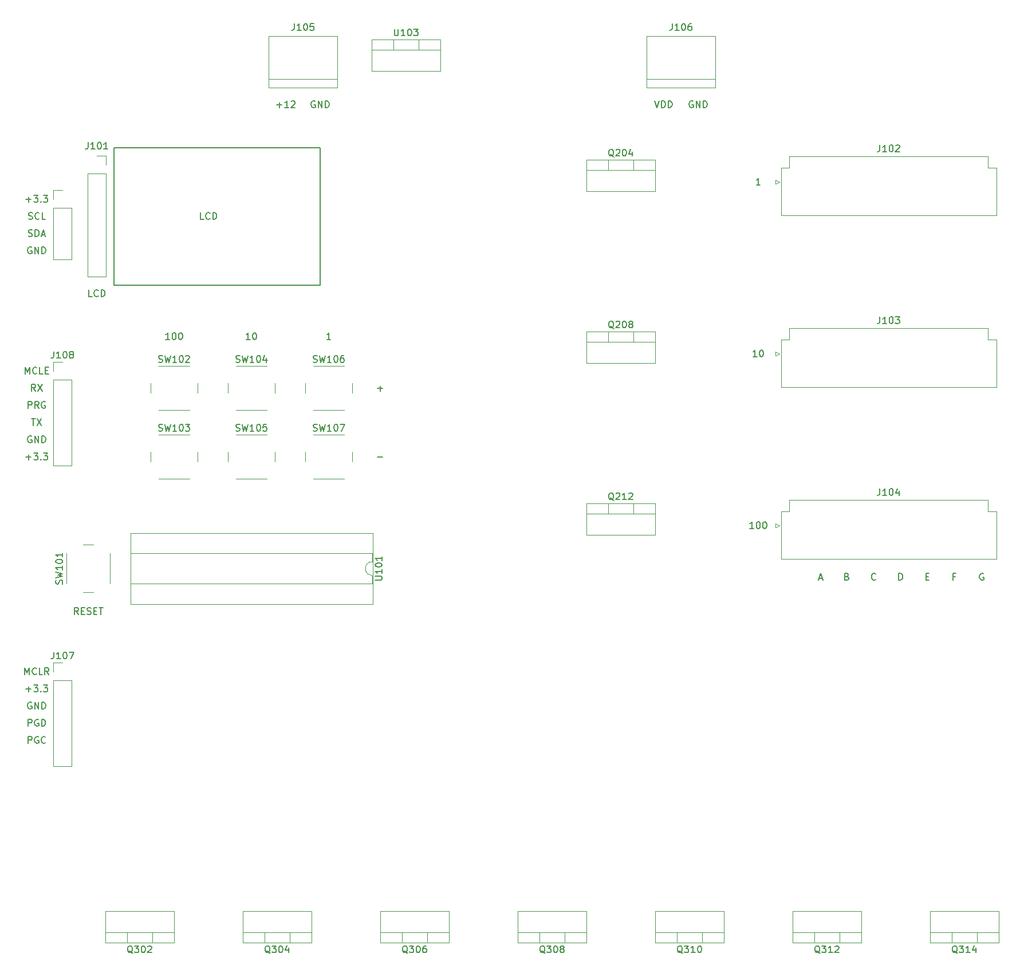
<source format=gto>
G04 #@! TF.GenerationSoftware,KiCad,Pcbnew,(6.0.6)*
G04 #@! TF.CreationDate,2022-10-16T20:06:39+09:00*
G04 #@! TF.ProjectId,LedScoreBoard,4c656453-636f-4726-9542-6f6172642e6b,rev?*
G04 #@! TF.SameCoordinates,Original*
G04 #@! TF.FileFunction,Legend,Top*
G04 #@! TF.FilePolarity,Positive*
%FSLAX46Y46*%
G04 Gerber Fmt 4.6, Leading zero omitted, Abs format (unit mm)*
G04 Created by KiCad (PCBNEW (6.0.6)) date 2022-10-16 20:06:39*
%MOMM*%
%LPD*%
G01*
G04 APERTURE LIST*
%ADD10C,0.150000*%
%ADD11C,0.120000*%
G04 APERTURE END LIST*
D10*
X35560000Y-45720000D02*
X66040000Y-45720000D01*
X66040000Y-66040000D02*
X35560000Y-66040000D01*
X35560000Y-66040000D02*
X35560000Y-45720000D01*
X66040000Y-45720000D02*
X66040000Y-66040000D01*
X30297619Y-114752380D02*
X29964285Y-114276190D01*
X29726190Y-114752380D02*
X29726190Y-113752380D01*
X30107142Y-113752380D01*
X30202380Y-113800000D01*
X30250000Y-113847619D01*
X30297619Y-113942857D01*
X30297619Y-114085714D01*
X30250000Y-114180952D01*
X30202380Y-114228571D01*
X30107142Y-114276190D01*
X29726190Y-114276190D01*
X30726190Y-114228571D02*
X31059523Y-114228571D01*
X31202380Y-114752380D02*
X30726190Y-114752380D01*
X30726190Y-113752380D01*
X31202380Y-113752380D01*
X31583333Y-114704761D02*
X31726190Y-114752380D01*
X31964285Y-114752380D01*
X32059523Y-114704761D01*
X32107142Y-114657142D01*
X32154761Y-114561904D01*
X32154761Y-114466666D01*
X32107142Y-114371428D01*
X32059523Y-114323809D01*
X31964285Y-114276190D01*
X31773809Y-114228571D01*
X31678571Y-114180952D01*
X31630952Y-114133333D01*
X31583333Y-114038095D01*
X31583333Y-113942857D01*
X31630952Y-113847619D01*
X31678571Y-113800000D01*
X31773809Y-113752380D01*
X32011904Y-113752380D01*
X32154761Y-113800000D01*
X32583333Y-114228571D02*
X32916666Y-114228571D01*
X33059523Y-114752380D02*
X32583333Y-114752380D01*
X32583333Y-113752380D01*
X33059523Y-113752380D01*
X33345238Y-113752380D02*
X33916666Y-113752380D01*
X33630952Y-114752380D02*
X33630952Y-113752380D01*
X115506666Y-38822380D02*
X115840000Y-39822380D01*
X116173333Y-38822380D01*
X116506666Y-39822380D02*
X116506666Y-38822380D01*
X116744761Y-38822380D01*
X116887619Y-38870000D01*
X116982857Y-38965238D01*
X117030476Y-39060476D01*
X117078095Y-39250952D01*
X117078095Y-39393809D01*
X117030476Y-39584285D01*
X116982857Y-39679523D01*
X116887619Y-39774761D01*
X116744761Y-39822380D01*
X116506666Y-39822380D01*
X117506666Y-39822380D02*
X117506666Y-38822380D01*
X117744761Y-38822380D01*
X117887619Y-38870000D01*
X117982857Y-38965238D01*
X118030476Y-39060476D01*
X118078095Y-39250952D01*
X118078095Y-39393809D01*
X118030476Y-39584285D01*
X117982857Y-39679523D01*
X117887619Y-39774761D01*
X117744761Y-39822380D01*
X117506666Y-39822380D01*
X130143333Y-102052380D02*
X129571904Y-102052380D01*
X129857619Y-102052380D02*
X129857619Y-101052380D01*
X129762380Y-101195238D01*
X129667142Y-101290476D01*
X129571904Y-101338095D01*
X130762380Y-101052380D02*
X130857619Y-101052380D01*
X130952857Y-101100000D01*
X131000476Y-101147619D01*
X131048095Y-101242857D01*
X131095714Y-101433333D01*
X131095714Y-101671428D01*
X131048095Y-101861904D01*
X131000476Y-101957142D01*
X130952857Y-102004761D01*
X130857619Y-102052380D01*
X130762380Y-102052380D01*
X130667142Y-102004761D01*
X130619523Y-101957142D01*
X130571904Y-101861904D01*
X130524285Y-101671428D01*
X130524285Y-101433333D01*
X130571904Y-101242857D01*
X130619523Y-101147619D01*
X130667142Y-101100000D01*
X130762380Y-101052380D01*
X131714761Y-101052380D02*
X131810000Y-101052380D01*
X131905238Y-101100000D01*
X131952857Y-101147619D01*
X132000476Y-101242857D01*
X132048095Y-101433333D01*
X132048095Y-101671428D01*
X132000476Y-101861904D01*
X131952857Y-101957142D01*
X131905238Y-102004761D01*
X131810000Y-102052380D01*
X131714761Y-102052380D01*
X131619523Y-102004761D01*
X131571904Y-101957142D01*
X131524285Y-101861904D01*
X131476666Y-101671428D01*
X131476666Y-101433333D01*
X131524285Y-101242857D01*
X131571904Y-101147619D01*
X131619523Y-101100000D01*
X131714761Y-101052380D01*
X121158095Y-38870000D02*
X121062857Y-38822380D01*
X120920000Y-38822380D01*
X120777142Y-38870000D01*
X120681904Y-38965238D01*
X120634285Y-39060476D01*
X120586666Y-39250952D01*
X120586666Y-39393809D01*
X120634285Y-39584285D01*
X120681904Y-39679523D01*
X120777142Y-39774761D01*
X120920000Y-39822380D01*
X121015238Y-39822380D01*
X121158095Y-39774761D01*
X121205714Y-39727142D01*
X121205714Y-39393809D01*
X121015238Y-39393809D01*
X121634285Y-39822380D02*
X121634285Y-38822380D01*
X122205714Y-39822380D01*
X122205714Y-38822380D01*
X122681904Y-39822380D02*
X122681904Y-38822380D01*
X122920000Y-38822380D01*
X123062857Y-38870000D01*
X123158095Y-38965238D01*
X123205714Y-39060476D01*
X123253333Y-39250952D01*
X123253333Y-39393809D01*
X123205714Y-39584285D01*
X123158095Y-39679523D01*
X123062857Y-39774761D01*
X122920000Y-39822380D01*
X122681904Y-39822380D01*
X23368095Y-127770000D02*
X23272857Y-127722380D01*
X23130000Y-127722380D01*
X22987142Y-127770000D01*
X22891904Y-127865238D01*
X22844285Y-127960476D01*
X22796666Y-128150952D01*
X22796666Y-128293809D01*
X22844285Y-128484285D01*
X22891904Y-128579523D01*
X22987142Y-128674761D01*
X23130000Y-128722380D01*
X23225238Y-128722380D01*
X23368095Y-128674761D01*
X23415714Y-128627142D01*
X23415714Y-128293809D01*
X23225238Y-128293809D01*
X23844285Y-128722380D02*
X23844285Y-127722380D01*
X24415714Y-128722380D01*
X24415714Y-127722380D01*
X24891904Y-128722380D02*
X24891904Y-127722380D01*
X25130000Y-127722380D01*
X25272857Y-127770000D01*
X25368095Y-127865238D01*
X25415714Y-127960476D01*
X25463333Y-128150952D01*
X25463333Y-128293809D01*
X25415714Y-128484285D01*
X25368095Y-128579523D01*
X25272857Y-128674761D01*
X25130000Y-128722380D01*
X24891904Y-128722380D01*
X59626666Y-39441428D02*
X60388571Y-39441428D01*
X60007619Y-39822380D02*
X60007619Y-39060476D01*
X61388571Y-39822380D02*
X60817142Y-39822380D01*
X61102857Y-39822380D02*
X61102857Y-38822380D01*
X61007619Y-38965238D01*
X60912380Y-39060476D01*
X60817142Y-39108095D01*
X61769523Y-38917619D02*
X61817142Y-38870000D01*
X61912380Y-38822380D01*
X62150476Y-38822380D01*
X62245714Y-38870000D01*
X62293333Y-38917619D01*
X62340952Y-39012857D01*
X62340952Y-39108095D01*
X62293333Y-39250952D01*
X61721904Y-39822380D01*
X62340952Y-39822380D01*
X22558571Y-125801428D02*
X23320476Y-125801428D01*
X22939523Y-126182380D02*
X22939523Y-125420476D01*
X23701428Y-125182380D02*
X24320476Y-125182380D01*
X23987142Y-125563333D01*
X24130000Y-125563333D01*
X24225238Y-125610952D01*
X24272857Y-125658571D01*
X24320476Y-125753809D01*
X24320476Y-125991904D01*
X24272857Y-126087142D01*
X24225238Y-126134761D01*
X24130000Y-126182380D01*
X23844285Y-126182380D01*
X23749047Y-126134761D01*
X23701428Y-126087142D01*
X24749047Y-126087142D02*
X24796666Y-126134761D01*
X24749047Y-126182380D01*
X24701428Y-126134761D01*
X24749047Y-126087142D01*
X24749047Y-126182380D01*
X25130000Y-125182380D02*
X25749047Y-125182380D01*
X25415714Y-125563333D01*
X25558571Y-125563333D01*
X25653809Y-125610952D01*
X25701428Y-125658571D01*
X25749047Y-125753809D01*
X25749047Y-125991904D01*
X25701428Y-126087142D01*
X25653809Y-126134761D01*
X25558571Y-126182380D01*
X25272857Y-126182380D01*
X25177619Y-126134761D01*
X25130000Y-126087142D01*
X22868095Y-133802380D02*
X22868095Y-132802380D01*
X23249047Y-132802380D01*
X23344285Y-132850000D01*
X23391904Y-132897619D01*
X23439523Y-132992857D01*
X23439523Y-133135714D01*
X23391904Y-133230952D01*
X23344285Y-133278571D01*
X23249047Y-133326190D01*
X22868095Y-133326190D01*
X24391904Y-132850000D02*
X24296666Y-132802380D01*
X24153809Y-132802380D01*
X24010952Y-132850000D01*
X23915714Y-132945238D01*
X23868095Y-133040476D01*
X23820476Y-133230952D01*
X23820476Y-133373809D01*
X23868095Y-133564285D01*
X23915714Y-133659523D01*
X24010952Y-133754761D01*
X24153809Y-133802380D01*
X24249047Y-133802380D01*
X24391904Y-133754761D01*
X24439523Y-133707142D01*
X24439523Y-133373809D01*
X24249047Y-133373809D01*
X25439523Y-133707142D02*
X25391904Y-133754761D01*
X25249047Y-133802380D01*
X25153809Y-133802380D01*
X25010952Y-133754761D01*
X24915714Y-133659523D01*
X24868095Y-133564285D01*
X24820476Y-133373809D01*
X24820476Y-133230952D01*
X24868095Y-133040476D01*
X24915714Y-132945238D01*
X25010952Y-132850000D01*
X25153809Y-132802380D01*
X25249047Y-132802380D01*
X25391904Y-132850000D01*
X25439523Y-132897619D01*
X74549047Y-81351428D02*
X75310952Y-81351428D01*
X74930000Y-81732380D02*
X74930000Y-80970476D01*
X22558571Y-91511428D02*
X23320476Y-91511428D01*
X22939523Y-91892380D02*
X22939523Y-91130476D01*
X23701428Y-90892380D02*
X24320476Y-90892380D01*
X23987142Y-91273333D01*
X24130000Y-91273333D01*
X24225238Y-91320952D01*
X24272857Y-91368571D01*
X24320476Y-91463809D01*
X24320476Y-91701904D01*
X24272857Y-91797142D01*
X24225238Y-91844761D01*
X24130000Y-91892380D01*
X23844285Y-91892380D01*
X23749047Y-91844761D01*
X23701428Y-91797142D01*
X24749047Y-91797142D02*
X24796666Y-91844761D01*
X24749047Y-91892380D01*
X24701428Y-91844761D01*
X24749047Y-91797142D01*
X24749047Y-91892380D01*
X25130000Y-90892380D02*
X25749047Y-90892380D01*
X25415714Y-91273333D01*
X25558571Y-91273333D01*
X25653809Y-91320952D01*
X25701428Y-91368571D01*
X25749047Y-91463809D01*
X25749047Y-91701904D01*
X25701428Y-91797142D01*
X25653809Y-91844761D01*
X25558571Y-91892380D01*
X25272857Y-91892380D01*
X25177619Y-91844761D01*
X25130000Y-91797142D01*
X22939523Y-56284761D02*
X23082380Y-56332380D01*
X23320476Y-56332380D01*
X23415714Y-56284761D01*
X23463333Y-56237142D01*
X23510952Y-56141904D01*
X23510952Y-56046666D01*
X23463333Y-55951428D01*
X23415714Y-55903809D01*
X23320476Y-55856190D01*
X23130000Y-55808571D01*
X23034761Y-55760952D01*
X22987142Y-55713333D01*
X22939523Y-55618095D01*
X22939523Y-55522857D01*
X22987142Y-55427619D01*
X23034761Y-55380000D01*
X23130000Y-55332380D01*
X23368095Y-55332380D01*
X23510952Y-55380000D01*
X24510952Y-56237142D02*
X24463333Y-56284761D01*
X24320476Y-56332380D01*
X24225238Y-56332380D01*
X24082380Y-56284761D01*
X23987142Y-56189523D01*
X23939523Y-56094285D01*
X23891904Y-55903809D01*
X23891904Y-55760952D01*
X23939523Y-55570476D01*
X23987142Y-55475238D01*
X24082380Y-55380000D01*
X24225238Y-55332380D01*
X24320476Y-55332380D01*
X24463333Y-55380000D01*
X24510952Y-55427619D01*
X25415714Y-56332380D02*
X24939523Y-56332380D01*
X24939523Y-55332380D01*
X55689523Y-74112380D02*
X55118095Y-74112380D01*
X55403809Y-74112380D02*
X55403809Y-73112380D01*
X55308571Y-73255238D01*
X55213333Y-73350476D01*
X55118095Y-73398095D01*
X56308571Y-73112380D02*
X56403809Y-73112380D01*
X56499047Y-73160000D01*
X56546666Y-73207619D01*
X56594285Y-73302857D01*
X56641904Y-73493333D01*
X56641904Y-73731428D01*
X56594285Y-73921904D01*
X56546666Y-74017142D01*
X56499047Y-74064761D01*
X56403809Y-74112380D01*
X56308571Y-74112380D01*
X56213333Y-74064761D01*
X56165714Y-74017142D01*
X56118095Y-73921904D01*
X56070476Y-73731428D01*
X56070476Y-73493333D01*
X56118095Y-73302857D01*
X56165714Y-73207619D01*
X56213333Y-73160000D01*
X56308571Y-73112380D01*
X23368095Y-88400000D02*
X23272857Y-88352380D01*
X23130000Y-88352380D01*
X22987142Y-88400000D01*
X22891904Y-88495238D01*
X22844285Y-88590476D01*
X22796666Y-88780952D01*
X22796666Y-88923809D01*
X22844285Y-89114285D01*
X22891904Y-89209523D01*
X22987142Y-89304761D01*
X23130000Y-89352380D01*
X23225238Y-89352380D01*
X23368095Y-89304761D01*
X23415714Y-89257142D01*
X23415714Y-88923809D01*
X23225238Y-88923809D01*
X23844285Y-89352380D02*
X23844285Y-88352380D01*
X24415714Y-89352380D01*
X24415714Y-88352380D01*
X24891904Y-89352380D02*
X24891904Y-88352380D01*
X25130000Y-88352380D01*
X25272857Y-88400000D01*
X25368095Y-88495238D01*
X25415714Y-88590476D01*
X25463333Y-88780952D01*
X25463333Y-88923809D01*
X25415714Y-89114285D01*
X25368095Y-89209523D01*
X25272857Y-89304761D01*
X25130000Y-89352380D01*
X24891904Y-89352380D01*
X23963333Y-81732380D02*
X23630000Y-81256190D01*
X23391904Y-81732380D02*
X23391904Y-80732380D01*
X23772857Y-80732380D01*
X23868095Y-80780000D01*
X23915714Y-80827619D01*
X23963333Y-80922857D01*
X23963333Y-81065714D01*
X23915714Y-81160952D01*
X23868095Y-81208571D01*
X23772857Y-81256190D01*
X23391904Y-81256190D01*
X24296666Y-80732380D02*
X24963333Y-81732380D01*
X24963333Y-80732380D02*
X24296666Y-81732380D01*
X22868095Y-84272380D02*
X22868095Y-83272380D01*
X23249047Y-83272380D01*
X23344285Y-83320000D01*
X23391904Y-83367619D01*
X23439523Y-83462857D01*
X23439523Y-83605714D01*
X23391904Y-83700952D01*
X23344285Y-83748571D01*
X23249047Y-83796190D01*
X22868095Y-83796190D01*
X24439523Y-84272380D02*
X24106190Y-83796190D01*
X23868095Y-84272380D02*
X23868095Y-83272380D01*
X24249047Y-83272380D01*
X24344285Y-83320000D01*
X24391904Y-83367619D01*
X24439523Y-83462857D01*
X24439523Y-83605714D01*
X24391904Y-83700952D01*
X24344285Y-83748571D01*
X24249047Y-83796190D01*
X23868095Y-83796190D01*
X25391904Y-83320000D02*
X25296666Y-83272380D01*
X25153809Y-83272380D01*
X25010952Y-83320000D01*
X24915714Y-83415238D01*
X24868095Y-83510476D01*
X24820476Y-83700952D01*
X24820476Y-83843809D01*
X24868095Y-84034285D01*
X24915714Y-84129523D01*
X25010952Y-84224761D01*
X25153809Y-84272380D01*
X25249047Y-84272380D01*
X25391904Y-84224761D01*
X25439523Y-84177142D01*
X25439523Y-83843809D01*
X25249047Y-83843809D01*
X67595714Y-74112380D02*
X67024285Y-74112380D01*
X67310000Y-74112380D02*
X67310000Y-73112380D01*
X67214761Y-73255238D01*
X67119523Y-73350476D01*
X67024285Y-73398095D01*
X65278095Y-38870000D02*
X65182857Y-38822380D01*
X65040000Y-38822380D01*
X64897142Y-38870000D01*
X64801904Y-38965238D01*
X64754285Y-39060476D01*
X64706666Y-39250952D01*
X64706666Y-39393809D01*
X64754285Y-39584285D01*
X64801904Y-39679523D01*
X64897142Y-39774761D01*
X65040000Y-39822380D01*
X65135238Y-39822380D01*
X65278095Y-39774761D01*
X65325714Y-39727142D01*
X65325714Y-39393809D01*
X65135238Y-39393809D01*
X65754285Y-39822380D02*
X65754285Y-38822380D01*
X66325714Y-39822380D01*
X66325714Y-38822380D01*
X66801904Y-39822380D02*
X66801904Y-38822380D01*
X67040000Y-38822380D01*
X67182857Y-38870000D01*
X67278095Y-38965238D01*
X67325714Y-39060476D01*
X67373333Y-39250952D01*
X67373333Y-39393809D01*
X67325714Y-39584285D01*
X67278095Y-39679523D01*
X67182857Y-39774761D01*
X67040000Y-39822380D01*
X66801904Y-39822380D01*
X22558571Y-53411428D02*
X23320476Y-53411428D01*
X22939523Y-53792380D02*
X22939523Y-53030476D01*
X23701428Y-52792380D02*
X24320476Y-52792380D01*
X23987142Y-53173333D01*
X24130000Y-53173333D01*
X24225238Y-53220952D01*
X24272857Y-53268571D01*
X24320476Y-53363809D01*
X24320476Y-53601904D01*
X24272857Y-53697142D01*
X24225238Y-53744761D01*
X24130000Y-53792380D01*
X23844285Y-53792380D01*
X23749047Y-53744761D01*
X23701428Y-53697142D01*
X24749047Y-53697142D02*
X24796666Y-53744761D01*
X24749047Y-53792380D01*
X24701428Y-53744761D01*
X24749047Y-53697142D01*
X24749047Y-53792380D01*
X25130000Y-52792380D02*
X25749047Y-52792380D01*
X25415714Y-53173333D01*
X25558571Y-53173333D01*
X25653809Y-53220952D01*
X25701428Y-53268571D01*
X25749047Y-53363809D01*
X25749047Y-53601904D01*
X25701428Y-53697142D01*
X25653809Y-53744761D01*
X25558571Y-53792380D01*
X25272857Y-53792380D01*
X25177619Y-53744761D01*
X25130000Y-53697142D01*
X131095714Y-51252380D02*
X130524285Y-51252380D01*
X130810000Y-51252380D02*
X130810000Y-50252380D01*
X130714761Y-50395238D01*
X130619523Y-50490476D01*
X130524285Y-50538095D01*
X43783333Y-74112380D02*
X43211904Y-74112380D01*
X43497619Y-74112380D02*
X43497619Y-73112380D01*
X43402380Y-73255238D01*
X43307142Y-73350476D01*
X43211904Y-73398095D01*
X44402380Y-73112380D02*
X44497619Y-73112380D01*
X44592857Y-73160000D01*
X44640476Y-73207619D01*
X44688095Y-73302857D01*
X44735714Y-73493333D01*
X44735714Y-73731428D01*
X44688095Y-73921904D01*
X44640476Y-74017142D01*
X44592857Y-74064761D01*
X44497619Y-74112380D01*
X44402380Y-74112380D01*
X44307142Y-74064761D01*
X44259523Y-74017142D01*
X44211904Y-73921904D01*
X44164285Y-73731428D01*
X44164285Y-73493333D01*
X44211904Y-73302857D01*
X44259523Y-73207619D01*
X44307142Y-73160000D01*
X44402380Y-73112380D01*
X45354761Y-73112380D02*
X45450000Y-73112380D01*
X45545238Y-73160000D01*
X45592857Y-73207619D01*
X45640476Y-73302857D01*
X45688095Y-73493333D01*
X45688095Y-73731428D01*
X45640476Y-73921904D01*
X45592857Y-74017142D01*
X45545238Y-74064761D01*
X45450000Y-74112380D01*
X45354761Y-74112380D01*
X45259523Y-74064761D01*
X45211904Y-74017142D01*
X45164285Y-73921904D01*
X45116666Y-73731428D01*
X45116666Y-73493333D01*
X45164285Y-73302857D01*
X45211904Y-73207619D01*
X45259523Y-73160000D01*
X45354761Y-73112380D01*
X23368095Y-60460000D02*
X23272857Y-60412380D01*
X23130000Y-60412380D01*
X22987142Y-60460000D01*
X22891904Y-60555238D01*
X22844285Y-60650476D01*
X22796666Y-60840952D01*
X22796666Y-60983809D01*
X22844285Y-61174285D01*
X22891904Y-61269523D01*
X22987142Y-61364761D01*
X23130000Y-61412380D01*
X23225238Y-61412380D01*
X23368095Y-61364761D01*
X23415714Y-61317142D01*
X23415714Y-60983809D01*
X23225238Y-60983809D01*
X23844285Y-61412380D02*
X23844285Y-60412380D01*
X24415714Y-61412380D01*
X24415714Y-60412380D01*
X24891904Y-61412380D02*
X24891904Y-60412380D01*
X25130000Y-60412380D01*
X25272857Y-60460000D01*
X25368095Y-60555238D01*
X25415714Y-60650476D01*
X25463333Y-60840952D01*
X25463333Y-60983809D01*
X25415714Y-61174285D01*
X25368095Y-61269523D01*
X25272857Y-61364761D01*
X25130000Y-61412380D01*
X24891904Y-61412380D01*
X22868095Y-131262380D02*
X22868095Y-130262380D01*
X23249047Y-130262380D01*
X23344285Y-130310000D01*
X23391904Y-130357619D01*
X23439523Y-130452857D01*
X23439523Y-130595714D01*
X23391904Y-130690952D01*
X23344285Y-130738571D01*
X23249047Y-130786190D01*
X22868095Y-130786190D01*
X24391904Y-130310000D02*
X24296666Y-130262380D01*
X24153809Y-130262380D01*
X24010952Y-130310000D01*
X23915714Y-130405238D01*
X23868095Y-130500476D01*
X23820476Y-130690952D01*
X23820476Y-130833809D01*
X23868095Y-131024285D01*
X23915714Y-131119523D01*
X24010952Y-131214761D01*
X24153809Y-131262380D01*
X24249047Y-131262380D01*
X24391904Y-131214761D01*
X24439523Y-131167142D01*
X24439523Y-130833809D01*
X24249047Y-130833809D01*
X24868095Y-131262380D02*
X24868095Y-130262380D01*
X25106190Y-130262380D01*
X25249047Y-130310000D01*
X25344285Y-130405238D01*
X25391904Y-130500476D01*
X25439523Y-130690952D01*
X25439523Y-130833809D01*
X25391904Y-131024285D01*
X25344285Y-131119523D01*
X25249047Y-131214761D01*
X25106190Y-131262380D01*
X24868095Y-131262380D01*
X130619523Y-76652380D02*
X130048095Y-76652380D01*
X130333809Y-76652380D02*
X130333809Y-75652380D01*
X130238571Y-75795238D01*
X130143333Y-75890476D01*
X130048095Y-75938095D01*
X131238571Y-75652380D02*
X131333809Y-75652380D01*
X131429047Y-75700000D01*
X131476666Y-75747619D01*
X131524285Y-75842857D01*
X131571904Y-76033333D01*
X131571904Y-76271428D01*
X131524285Y-76461904D01*
X131476666Y-76557142D01*
X131429047Y-76604761D01*
X131333809Y-76652380D01*
X131238571Y-76652380D01*
X131143333Y-76604761D01*
X131095714Y-76557142D01*
X131048095Y-76461904D01*
X131000476Y-76271428D01*
X131000476Y-76033333D01*
X131048095Y-75842857D01*
X131095714Y-75747619D01*
X131143333Y-75700000D01*
X131238571Y-75652380D01*
X22915714Y-58824761D02*
X23058571Y-58872380D01*
X23296666Y-58872380D01*
X23391904Y-58824761D01*
X23439523Y-58777142D01*
X23487142Y-58681904D01*
X23487142Y-58586666D01*
X23439523Y-58491428D01*
X23391904Y-58443809D01*
X23296666Y-58396190D01*
X23106190Y-58348571D01*
X23010952Y-58300952D01*
X22963333Y-58253333D01*
X22915714Y-58158095D01*
X22915714Y-58062857D01*
X22963333Y-57967619D01*
X23010952Y-57920000D01*
X23106190Y-57872380D01*
X23344285Y-57872380D01*
X23487142Y-57920000D01*
X23915714Y-58872380D02*
X23915714Y-57872380D01*
X24153809Y-57872380D01*
X24296666Y-57920000D01*
X24391904Y-58015238D01*
X24439523Y-58110476D01*
X24487142Y-58300952D01*
X24487142Y-58443809D01*
X24439523Y-58634285D01*
X24391904Y-58729523D01*
X24296666Y-58824761D01*
X24153809Y-58872380D01*
X23915714Y-58872380D01*
X24868095Y-58586666D02*
X25344285Y-58586666D01*
X24772857Y-58872380D02*
X25106190Y-57872380D01*
X25439523Y-58872380D01*
X74549047Y-91511428D02*
X75310952Y-91511428D01*
X32329523Y-67762380D02*
X31853333Y-67762380D01*
X31853333Y-66762380D01*
X33234285Y-67667142D02*
X33186666Y-67714761D01*
X33043809Y-67762380D01*
X32948571Y-67762380D01*
X32805714Y-67714761D01*
X32710476Y-67619523D01*
X32662857Y-67524285D01*
X32615238Y-67333809D01*
X32615238Y-67190952D01*
X32662857Y-67000476D01*
X32710476Y-66905238D01*
X32805714Y-66810000D01*
X32948571Y-66762380D01*
X33043809Y-66762380D01*
X33186666Y-66810000D01*
X33234285Y-66857619D01*
X33662857Y-67762380D02*
X33662857Y-66762380D01*
X33900952Y-66762380D01*
X34043809Y-66810000D01*
X34139047Y-66905238D01*
X34186666Y-67000476D01*
X34234285Y-67190952D01*
X34234285Y-67333809D01*
X34186666Y-67524285D01*
X34139047Y-67619523D01*
X34043809Y-67714761D01*
X33900952Y-67762380D01*
X33662857Y-67762380D01*
X139772619Y-109386666D02*
X140248809Y-109386666D01*
X139677380Y-109672380D02*
X140010714Y-108672380D01*
X140344047Y-109672380D01*
X143915476Y-109148571D02*
X144058333Y-109196190D01*
X144105952Y-109243809D01*
X144153571Y-109339047D01*
X144153571Y-109481904D01*
X144105952Y-109577142D01*
X144058333Y-109624761D01*
X143963095Y-109672380D01*
X143582142Y-109672380D01*
X143582142Y-108672380D01*
X143915476Y-108672380D01*
X144010714Y-108720000D01*
X144058333Y-108767619D01*
X144105952Y-108862857D01*
X144105952Y-108958095D01*
X144058333Y-109053333D01*
X144010714Y-109100952D01*
X143915476Y-109148571D01*
X143582142Y-109148571D01*
X148153571Y-109577142D02*
X148105952Y-109624761D01*
X147963095Y-109672380D01*
X147867857Y-109672380D01*
X147725000Y-109624761D01*
X147629761Y-109529523D01*
X147582142Y-109434285D01*
X147534523Y-109243809D01*
X147534523Y-109100952D01*
X147582142Y-108910476D01*
X147629761Y-108815238D01*
X147725000Y-108720000D01*
X147867857Y-108672380D01*
X147963095Y-108672380D01*
X148105952Y-108720000D01*
X148153571Y-108767619D01*
X151582142Y-109672380D02*
X151582142Y-108672380D01*
X151820238Y-108672380D01*
X151963095Y-108720000D01*
X152058333Y-108815238D01*
X152105952Y-108910476D01*
X152153571Y-109100952D01*
X152153571Y-109243809D01*
X152105952Y-109434285D01*
X152058333Y-109529523D01*
X151963095Y-109624761D01*
X151820238Y-109672380D01*
X151582142Y-109672380D01*
X155582142Y-109148571D02*
X155915476Y-109148571D01*
X156058333Y-109672380D02*
X155582142Y-109672380D01*
X155582142Y-108672380D01*
X156058333Y-108672380D01*
X159915476Y-109148571D02*
X159582142Y-109148571D01*
X159582142Y-109672380D02*
X159582142Y-108672380D01*
X160058333Y-108672380D01*
X164105952Y-108720000D02*
X164010714Y-108672380D01*
X163867857Y-108672380D01*
X163725000Y-108720000D01*
X163629761Y-108815238D01*
X163582142Y-108910476D01*
X163534523Y-109100952D01*
X163534523Y-109243809D01*
X163582142Y-109434285D01*
X163629761Y-109529523D01*
X163725000Y-109624761D01*
X163867857Y-109672380D01*
X163963095Y-109672380D01*
X164105952Y-109624761D01*
X164153571Y-109577142D01*
X164153571Y-109243809D01*
X163963095Y-109243809D01*
X48839523Y-56332380D02*
X48363333Y-56332380D01*
X48363333Y-55332380D01*
X49744285Y-56237142D02*
X49696666Y-56284761D01*
X49553809Y-56332380D01*
X49458571Y-56332380D01*
X49315714Y-56284761D01*
X49220476Y-56189523D01*
X49172857Y-56094285D01*
X49125238Y-55903809D01*
X49125238Y-55760952D01*
X49172857Y-55570476D01*
X49220476Y-55475238D01*
X49315714Y-55380000D01*
X49458571Y-55332380D01*
X49553809Y-55332380D01*
X49696666Y-55380000D01*
X49744285Y-55427619D01*
X50172857Y-56332380D02*
X50172857Y-55332380D01*
X50410952Y-55332380D01*
X50553809Y-55380000D01*
X50649047Y-55475238D01*
X50696666Y-55570476D01*
X50744285Y-55760952D01*
X50744285Y-55903809D01*
X50696666Y-56094285D01*
X50649047Y-56189523D01*
X50553809Y-56284761D01*
X50410952Y-56332380D01*
X50172857Y-56332380D01*
X22391904Y-123642380D02*
X22391904Y-122642380D01*
X22725238Y-123356666D01*
X23058571Y-122642380D01*
X23058571Y-123642380D01*
X24106190Y-123547142D02*
X24058571Y-123594761D01*
X23915714Y-123642380D01*
X23820476Y-123642380D01*
X23677619Y-123594761D01*
X23582380Y-123499523D01*
X23534761Y-123404285D01*
X23487142Y-123213809D01*
X23487142Y-123070952D01*
X23534761Y-122880476D01*
X23582380Y-122785238D01*
X23677619Y-122690000D01*
X23820476Y-122642380D01*
X23915714Y-122642380D01*
X24058571Y-122690000D01*
X24106190Y-122737619D01*
X25010952Y-123642380D02*
X24534761Y-123642380D01*
X24534761Y-122642380D01*
X25915714Y-123642380D02*
X25582380Y-123166190D01*
X25344285Y-123642380D02*
X25344285Y-122642380D01*
X25725238Y-122642380D01*
X25820476Y-122690000D01*
X25868095Y-122737619D01*
X25915714Y-122832857D01*
X25915714Y-122975714D01*
X25868095Y-123070952D01*
X25820476Y-123118571D01*
X25725238Y-123166190D01*
X25344285Y-123166190D01*
X22439523Y-79192380D02*
X22439523Y-78192380D01*
X22772857Y-78906666D01*
X23106190Y-78192380D01*
X23106190Y-79192380D01*
X24153809Y-79097142D02*
X24106190Y-79144761D01*
X23963333Y-79192380D01*
X23868095Y-79192380D01*
X23725238Y-79144761D01*
X23630000Y-79049523D01*
X23582380Y-78954285D01*
X23534761Y-78763809D01*
X23534761Y-78620952D01*
X23582380Y-78430476D01*
X23630000Y-78335238D01*
X23725238Y-78240000D01*
X23868095Y-78192380D01*
X23963333Y-78192380D01*
X24106190Y-78240000D01*
X24153809Y-78287619D01*
X25058571Y-79192380D02*
X24582380Y-79192380D01*
X24582380Y-78192380D01*
X25391904Y-78668571D02*
X25725238Y-78668571D01*
X25868095Y-79192380D02*
X25391904Y-79192380D01*
X25391904Y-78192380D01*
X25868095Y-78192380D01*
X23368095Y-85812380D02*
X23939523Y-85812380D01*
X23653809Y-86812380D02*
X23653809Y-85812380D01*
X24177619Y-85812380D02*
X24844285Y-86812380D01*
X24844285Y-85812380D02*
X24177619Y-86812380D01*
X160242380Y-164837619D02*
X160147142Y-164790000D01*
X160051904Y-164694761D01*
X159909047Y-164551904D01*
X159813809Y-164504285D01*
X159718571Y-164504285D01*
X159766190Y-164742380D02*
X159670952Y-164694761D01*
X159575714Y-164599523D01*
X159528095Y-164409047D01*
X159528095Y-164075714D01*
X159575714Y-163885238D01*
X159670952Y-163790000D01*
X159766190Y-163742380D01*
X159956666Y-163742380D01*
X160051904Y-163790000D01*
X160147142Y-163885238D01*
X160194761Y-164075714D01*
X160194761Y-164409047D01*
X160147142Y-164599523D01*
X160051904Y-164694761D01*
X159956666Y-164742380D01*
X159766190Y-164742380D01*
X160528095Y-163742380D02*
X161147142Y-163742380D01*
X160813809Y-164123333D01*
X160956666Y-164123333D01*
X161051904Y-164170952D01*
X161099523Y-164218571D01*
X161147142Y-164313809D01*
X161147142Y-164551904D01*
X161099523Y-164647142D01*
X161051904Y-164694761D01*
X160956666Y-164742380D01*
X160670952Y-164742380D01*
X160575714Y-164694761D01*
X160528095Y-164647142D01*
X162099523Y-164742380D02*
X161528095Y-164742380D01*
X161813809Y-164742380D02*
X161813809Y-163742380D01*
X161718571Y-163885238D01*
X161623333Y-163980476D01*
X161528095Y-164028095D01*
X162956666Y-164075714D02*
X162956666Y-164742380D01*
X162718571Y-163694761D02*
X162480476Y-164409047D01*
X163099523Y-164409047D01*
X65024285Y-87594761D02*
X65167142Y-87642380D01*
X65405238Y-87642380D01*
X65500476Y-87594761D01*
X65548095Y-87547142D01*
X65595714Y-87451904D01*
X65595714Y-87356666D01*
X65548095Y-87261428D01*
X65500476Y-87213809D01*
X65405238Y-87166190D01*
X65214761Y-87118571D01*
X65119523Y-87070952D01*
X65071904Y-87023333D01*
X65024285Y-86928095D01*
X65024285Y-86832857D01*
X65071904Y-86737619D01*
X65119523Y-86690000D01*
X65214761Y-86642380D01*
X65452857Y-86642380D01*
X65595714Y-86690000D01*
X65929047Y-86642380D02*
X66167142Y-87642380D01*
X66357619Y-86928095D01*
X66548095Y-87642380D01*
X66786190Y-86642380D01*
X67690952Y-87642380D02*
X67119523Y-87642380D01*
X67405238Y-87642380D02*
X67405238Y-86642380D01*
X67310000Y-86785238D01*
X67214761Y-86880476D01*
X67119523Y-86928095D01*
X68310000Y-86642380D02*
X68405238Y-86642380D01*
X68500476Y-86690000D01*
X68548095Y-86737619D01*
X68595714Y-86832857D01*
X68643333Y-87023333D01*
X68643333Y-87261428D01*
X68595714Y-87451904D01*
X68548095Y-87547142D01*
X68500476Y-87594761D01*
X68405238Y-87642380D01*
X68310000Y-87642380D01*
X68214761Y-87594761D01*
X68167142Y-87547142D01*
X68119523Y-87451904D01*
X68071904Y-87261428D01*
X68071904Y-87023333D01*
X68119523Y-86832857D01*
X68167142Y-86737619D01*
X68214761Y-86690000D01*
X68310000Y-86642380D01*
X68976666Y-86642380D02*
X69643333Y-86642380D01*
X69214761Y-87642380D01*
X148796785Y-70752380D02*
X148796785Y-71466666D01*
X148749166Y-71609523D01*
X148653928Y-71704761D01*
X148511071Y-71752380D01*
X148415833Y-71752380D01*
X149796785Y-71752380D02*
X149225357Y-71752380D01*
X149511071Y-71752380D02*
X149511071Y-70752380D01*
X149415833Y-70895238D01*
X149320595Y-70990476D01*
X149225357Y-71038095D01*
X150415833Y-70752380D02*
X150511071Y-70752380D01*
X150606309Y-70800000D01*
X150653928Y-70847619D01*
X150701547Y-70942857D01*
X150749166Y-71133333D01*
X150749166Y-71371428D01*
X150701547Y-71561904D01*
X150653928Y-71657142D01*
X150606309Y-71704761D01*
X150511071Y-71752380D01*
X150415833Y-71752380D01*
X150320595Y-71704761D01*
X150272976Y-71657142D01*
X150225357Y-71561904D01*
X150177738Y-71371428D01*
X150177738Y-71133333D01*
X150225357Y-70942857D01*
X150272976Y-70847619D01*
X150320595Y-70800000D01*
X150415833Y-70752380D01*
X151082500Y-70752380D02*
X151701547Y-70752380D01*
X151368214Y-71133333D01*
X151511071Y-71133333D01*
X151606309Y-71180952D01*
X151653928Y-71228571D01*
X151701547Y-71323809D01*
X151701547Y-71561904D01*
X151653928Y-71657142D01*
X151606309Y-71704761D01*
X151511071Y-71752380D01*
X151225357Y-71752380D01*
X151130119Y-71704761D01*
X151082500Y-71657142D01*
X58642380Y-164837619D02*
X58547142Y-164790000D01*
X58451904Y-164694761D01*
X58309047Y-164551904D01*
X58213809Y-164504285D01*
X58118571Y-164504285D01*
X58166190Y-164742380D02*
X58070952Y-164694761D01*
X57975714Y-164599523D01*
X57928095Y-164409047D01*
X57928095Y-164075714D01*
X57975714Y-163885238D01*
X58070952Y-163790000D01*
X58166190Y-163742380D01*
X58356666Y-163742380D01*
X58451904Y-163790000D01*
X58547142Y-163885238D01*
X58594761Y-164075714D01*
X58594761Y-164409047D01*
X58547142Y-164599523D01*
X58451904Y-164694761D01*
X58356666Y-164742380D01*
X58166190Y-164742380D01*
X58928095Y-163742380D02*
X59547142Y-163742380D01*
X59213809Y-164123333D01*
X59356666Y-164123333D01*
X59451904Y-164170952D01*
X59499523Y-164218571D01*
X59547142Y-164313809D01*
X59547142Y-164551904D01*
X59499523Y-164647142D01*
X59451904Y-164694761D01*
X59356666Y-164742380D01*
X59070952Y-164742380D01*
X58975714Y-164694761D01*
X58928095Y-164647142D01*
X60166190Y-163742380D02*
X60261428Y-163742380D01*
X60356666Y-163790000D01*
X60404285Y-163837619D01*
X60451904Y-163932857D01*
X60499523Y-164123333D01*
X60499523Y-164361428D01*
X60451904Y-164551904D01*
X60404285Y-164647142D01*
X60356666Y-164694761D01*
X60261428Y-164742380D01*
X60166190Y-164742380D01*
X60070952Y-164694761D01*
X60023333Y-164647142D01*
X59975714Y-164551904D01*
X59928095Y-164361428D01*
X59928095Y-164123333D01*
X59975714Y-163932857D01*
X60023333Y-163837619D01*
X60070952Y-163790000D01*
X60166190Y-163742380D01*
X61356666Y-164075714D02*
X61356666Y-164742380D01*
X61118571Y-163694761D02*
X60880476Y-164409047D01*
X61499523Y-164409047D01*
X109442380Y-47077619D02*
X109347142Y-47030000D01*
X109251904Y-46934761D01*
X109109047Y-46791904D01*
X109013809Y-46744285D01*
X108918571Y-46744285D01*
X108966190Y-46982380D02*
X108870952Y-46934761D01*
X108775714Y-46839523D01*
X108728095Y-46649047D01*
X108728095Y-46315714D01*
X108775714Y-46125238D01*
X108870952Y-46030000D01*
X108966190Y-45982380D01*
X109156666Y-45982380D01*
X109251904Y-46030000D01*
X109347142Y-46125238D01*
X109394761Y-46315714D01*
X109394761Y-46649047D01*
X109347142Y-46839523D01*
X109251904Y-46934761D01*
X109156666Y-46982380D01*
X108966190Y-46982380D01*
X109775714Y-46077619D02*
X109823333Y-46030000D01*
X109918571Y-45982380D01*
X110156666Y-45982380D01*
X110251904Y-46030000D01*
X110299523Y-46077619D01*
X110347142Y-46172857D01*
X110347142Y-46268095D01*
X110299523Y-46410952D01*
X109728095Y-46982380D01*
X110347142Y-46982380D01*
X110966190Y-45982380D02*
X111061428Y-45982380D01*
X111156666Y-46030000D01*
X111204285Y-46077619D01*
X111251904Y-46172857D01*
X111299523Y-46363333D01*
X111299523Y-46601428D01*
X111251904Y-46791904D01*
X111204285Y-46887142D01*
X111156666Y-46934761D01*
X111061428Y-46982380D01*
X110966190Y-46982380D01*
X110870952Y-46934761D01*
X110823333Y-46887142D01*
X110775714Y-46791904D01*
X110728095Y-46601428D01*
X110728095Y-46363333D01*
X110775714Y-46172857D01*
X110823333Y-46077619D01*
X110870952Y-46030000D01*
X110966190Y-45982380D01*
X112156666Y-46315714D02*
X112156666Y-46982380D01*
X111918571Y-45934761D02*
X111680476Y-46649047D01*
X112299523Y-46649047D01*
X42164285Y-87594761D02*
X42307142Y-87642380D01*
X42545238Y-87642380D01*
X42640476Y-87594761D01*
X42688095Y-87547142D01*
X42735714Y-87451904D01*
X42735714Y-87356666D01*
X42688095Y-87261428D01*
X42640476Y-87213809D01*
X42545238Y-87166190D01*
X42354761Y-87118571D01*
X42259523Y-87070952D01*
X42211904Y-87023333D01*
X42164285Y-86928095D01*
X42164285Y-86832857D01*
X42211904Y-86737619D01*
X42259523Y-86690000D01*
X42354761Y-86642380D01*
X42592857Y-86642380D01*
X42735714Y-86690000D01*
X43069047Y-86642380D02*
X43307142Y-87642380D01*
X43497619Y-86928095D01*
X43688095Y-87642380D01*
X43926190Y-86642380D01*
X44830952Y-87642380D02*
X44259523Y-87642380D01*
X44545238Y-87642380D02*
X44545238Y-86642380D01*
X44450000Y-86785238D01*
X44354761Y-86880476D01*
X44259523Y-86928095D01*
X45450000Y-86642380D02*
X45545238Y-86642380D01*
X45640476Y-86690000D01*
X45688095Y-86737619D01*
X45735714Y-86832857D01*
X45783333Y-87023333D01*
X45783333Y-87261428D01*
X45735714Y-87451904D01*
X45688095Y-87547142D01*
X45640476Y-87594761D01*
X45545238Y-87642380D01*
X45450000Y-87642380D01*
X45354761Y-87594761D01*
X45307142Y-87547142D01*
X45259523Y-87451904D01*
X45211904Y-87261428D01*
X45211904Y-87023333D01*
X45259523Y-86832857D01*
X45307142Y-86737619D01*
X45354761Y-86690000D01*
X45450000Y-86642380D01*
X46116666Y-86642380D02*
X46735714Y-86642380D01*
X46402380Y-87023333D01*
X46545238Y-87023333D01*
X46640476Y-87070952D01*
X46688095Y-87118571D01*
X46735714Y-87213809D01*
X46735714Y-87451904D01*
X46688095Y-87547142D01*
X46640476Y-87594761D01*
X46545238Y-87642380D01*
X46259523Y-87642380D01*
X46164285Y-87594761D01*
X46116666Y-87547142D01*
X118094285Y-27392380D02*
X118094285Y-28106666D01*
X118046666Y-28249523D01*
X117951428Y-28344761D01*
X117808571Y-28392380D01*
X117713333Y-28392380D01*
X119094285Y-28392380D02*
X118522857Y-28392380D01*
X118808571Y-28392380D02*
X118808571Y-27392380D01*
X118713333Y-27535238D01*
X118618095Y-27630476D01*
X118522857Y-27678095D01*
X119713333Y-27392380D02*
X119808571Y-27392380D01*
X119903809Y-27440000D01*
X119951428Y-27487619D01*
X119999047Y-27582857D01*
X120046666Y-27773333D01*
X120046666Y-28011428D01*
X119999047Y-28201904D01*
X119951428Y-28297142D01*
X119903809Y-28344761D01*
X119808571Y-28392380D01*
X119713333Y-28392380D01*
X119618095Y-28344761D01*
X119570476Y-28297142D01*
X119522857Y-28201904D01*
X119475238Y-28011428D01*
X119475238Y-27773333D01*
X119522857Y-27582857D01*
X119570476Y-27487619D01*
X119618095Y-27440000D01*
X119713333Y-27392380D01*
X120903809Y-27392380D02*
X120713333Y-27392380D01*
X120618095Y-27440000D01*
X120570476Y-27487619D01*
X120475238Y-27630476D01*
X120427619Y-27820952D01*
X120427619Y-28201904D01*
X120475238Y-28297142D01*
X120522857Y-28344761D01*
X120618095Y-28392380D01*
X120808571Y-28392380D01*
X120903809Y-28344761D01*
X120951428Y-28297142D01*
X120999047Y-28201904D01*
X120999047Y-27963809D01*
X120951428Y-27868571D01*
X120903809Y-27820952D01*
X120808571Y-27773333D01*
X120618095Y-27773333D01*
X120522857Y-27820952D01*
X120475238Y-27868571D01*
X120427619Y-27963809D01*
X26654285Y-120312380D02*
X26654285Y-121026666D01*
X26606666Y-121169523D01*
X26511428Y-121264761D01*
X26368571Y-121312380D01*
X26273333Y-121312380D01*
X27654285Y-121312380D02*
X27082857Y-121312380D01*
X27368571Y-121312380D02*
X27368571Y-120312380D01*
X27273333Y-120455238D01*
X27178095Y-120550476D01*
X27082857Y-120598095D01*
X28273333Y-120312380D02*
X28368571Y-120312380D01*
X28463809Y-120360000D01*
X28511428Y-120407619D01*
X28559047Y-120502857D01*
X28606666Y-120693333D01*
X28606666Y-120931428D01*
X28559047Y-121121904D01*
X28511428Y-121217142D01*
X28463809Y-121264761D01*
X28368571Y-121312380D01*
X28273333Y-121312380D01*
X28178095Y-121264761D01*
X28130476Y-121217142D01*
X28082857Y-121121904D01*
X28035238Y-120931428D01*
X28035238Y-120693333D01*
X28082857Y-120502857D01*
X28130476Y-120407619D01*
X28178095Y-120360000D01*
X28273333Y-120312380D01*
X28940000Y-120312380D02*
X29606666Y-120312380D01*
X29178095Y-121312380D01*
X109442380Y-97877619D02*
X109347142Y-97830000D01*
X109251904Y-97734761D01*
X109109047Y-97591904D01*
X109013809Y-97544285D01*
X108918571Y-97544285D01*
X108966190Y-97782380D02*
X108870952Y-97734761D01*
X108775714Y-97639523D01*
X108728095Y-97449047D01*
X108728095Y-97115714D01*
X108775714Y-96925238D01*
X108870952Y-96830000D01*
X108966190Y-96782380D01*
X109156666Y-96782380D01*
X109251904Y-96830000D01*
X109347142Y-96925238D01*
X109394761Y-97115714D01*
X109394761Y-97449047D01*
X109347142Y-97639523D01*
X109251904Y-97734761D01*
X109156666Y-97782380D01*
X108966190Y-97782380D01*
X109775714Y-96877619D02*
X109823333Y-96830000D01*
X109918571Y-96782380D01*
X110156666Y-96782380D01*
X110251904Y-96830000D01*
X110299523Y-96877619D01*
X110347142Y-96972857D01*
X110347142Y-97068095D01*
X110299523Y-97210952D01*
X109728095Y-97782380D01*
X110347142Y-97782380D01*
X111299523Y-97782380D02*
X110728095Y-97782380D01*
X111013809Y-97782380D02*
X111013809Y-96782380D01*
X110918571Y-96925238D01*
X110823333Y-97020476D01*
X110728095Y-97068095D01*
X111680476Y-96877619D02*
X111728095Y-96830000D01*
X111823333Y-96782380D01*
X112061428Y-96782380D01*
X112156666Y-96830000D01*
X112204285Y-96877619D01*
X112251904Y-96972857D01*
X112251904Y-97068095D01*
X112204285Y-97210952D01*
X111632857Y-97782380D01*
X112251904Y-97782380D01*
X99282380Y-164837619D02*
X99187142Y-164790000D01*
X99091904Y-164694761D01*
X98949047Y-164551904D01*
X98853809Y-164504285D01*
X98758571Y-164504285D01*
X98806190Y-164742380D02*
X98710952Y-164694761D01*
X98615714Y-164599523D01*
X98568095Y-164409047D01*
X98568095Y-164075714D01*
X98615714Y-163885238D01*
X98710952Y-163790000D01*
X98806190Y-163742380D01*
X98996666Y-163742380D01*
X99091904Y-163790000D01*
X99187142Y-163885238D01*
X99234761Y-164075714D01*
X99234761Y-164409047D01*
X99187142Y-164599523D01*
X99091904Y-164694761D01*
X98996666Y-164742380D01*
X98806190Y-164742380D01*
X99568095Y-163742380D02*
X100187142Y-163742380D01*
X99853809Y-164123333D01*
X99996666Y-164123333D01*
X100091904Y-164170952D01*
X100139523Y-164218571D01*
X100187142Y-164313809D01*
X100187142Y-164551904D01*
X100139523Y-164647142D01*
X100091904Y-164694761D01*
X99996666Y-164742380D01*
X99710952Y-164742380D01*
X99615714Y-164694761D01*
X99568095Y-164647142D01*
X100806190Y-163742380D02*
X100901428Y-163742380D01*
X100996666Y-163790000D01*
X101044285Y-163837619D01*
X101091904Y-163932857D01*
X101139523Y-164123333D01*
X101139523Y-164361428D01*
X101091904Y-164551904D01*
X101044285Y-164647142D01*
X100996666Y-164694761D01*
X100901428Y-164742380D01*
X100806190Y-164742380D01*
X100710952Y-164694761D01*
X100663333Y-164647142D01*
X100615714Y-164551904D01*
X100568095Y-164361428D01*
X100568095Y-164123333D01*
X100615714Y-163932857D01*
X100663333Y-163837619D01*
X100710952Y-163790000D01*
X100806190Y-163742380D01*
X101710952Y-164170952D02*
X101615714Y-164123333D01*
X101568095Y-164075714D01*
X101520476Y-163980476D01*
X101520476Y-163932857D01*
X101568095Y-163837619D01*
X101615714Y-163790000D01*
X101710952Y-163742380D01*
X101901428Y-163742380D01*
X101996666Y-163790000D01*
X102044285Y-163837619D01*
X102091904Y-163932857D01*
X102091904Y-163980476D01*
X102044285Y-164075714D01*
X101996666Y-164123333D01*
X101901428Y-164170952D01*
X101710952Y-164170952D01*
X101615714Y-164218571D01*
X101568095Y-164266190D01*
X101520476Y-164361428D01*
X101520476Y-164551904D01*
X101568095Y-164647142D01*
X101615714Y-164694761D01*
X101710952Y-164742380D01*
X101901428Y-164742380D01*
X101996666Y-164694761D01*
X102044285Y-164647142D01*
X102091904Y-164551904D01*
X102091904Y-164361428D01*
X102044285Y-164266190D01*
X101996666Y-164218571D01*
X101901428Y-164170952D01*
X53594285Y-77434761D02*
X53737142Y-77482380D01*
X53975238Y-77482380D01*
X54070476Y-77434761D01*
X54118095Y-77387142D01*
X54165714Y-77291904D01*
X54165714Y-77196666D01*
X54118095Y-77101428D01*
X54070476Y-77053809D01*
X53975238Y-77006190D01*
X53784761Y-76958571D01*
X53689523Y-76910952D01*
X53641904Y-76863333D01*
X53594285Y-76768095D01*
X53594285Y-76672857D01*
X53641904Y-76577619D01*
X53689523Y-76530000D01*
X53784761Y-76482380D01*
X54022857Y-76482380D01*
X54165714Y-76530000D01*
X54499047Y-76482380D02*
X54737142Y-77482380D01*
X54927619Y-76768095D01*
X55118095Y-77482380D01*
X55356190Y-76482380D01*
X56260952Y-77482380D02*
X55689523Y-77482380D01*
X55975238Y-77482380D02*
X55975238Y-76482380D01*
X55880000Y-76625238D01*
X55784761Y-76720476D01*
X55689523Y-76768095D01*
X56880000Y-76482380D02*
X56975238Y-76482380D01*
X57070476Y-76530000D01*
X57118095Y-76577619D01*
X57165714Y-76672857D01*
X57213333Y-76863333D01*
X57213333Y-77101428D01*
X57165714Y-77291904D01*
X57118095Y-77387142D01*
X57070476Y-77434761D01*
X56975238Y-77482380D01*
X56880000Y-77482380D01*
X56784761Y-77434761D01*
X56737142Y-77387142D01*
X56689523Y-77291904D01*
X56641904Y-77101428D01*
X56641904Y-76863333D01*
X56689523Y-76672857D01*
X56737142Y-76577619D01*
X56784761Y-76530000D01*
X56880000Y-76482380D01*
X58070476Y-76815714D02*
X58070476Y-77482380D01*
X57832380Y-76434761D02*
X57594285Y-77149047D01*
X58213333Y-77149047D01*
X77025714Y-28202380D02*
X77025714Y-29011904D01*
X77073333Y-29107142D01*
X77120952Y-29154761D01*
X77216190Y-29202380D01*
X77406666Y-29202380D01*
X77501904Y-29154761D01*
X77549523Y-29107142D01*
X77597142Y-29011904D01*
X77597142Y-28202380D01*
X78597142Y-29202380D02*
X78025714Y-29202380D01*
X78311428Y-29202380D02*
X78311428Y-28202380D01*
X78216190Y-28345238D01*
X78120952Y-28440476D01*
X78025714Y-28488095D01*
X79216190Y-28202380D02*
X79311428Y-28202380D01*
X79406666Y-28250000D01*
X79454285Y-28297619D01*
X79501904Y-28392857D01*
X79549523Y-28583333D01*
X79549523Y-28821428D01*
X79501904Y-29011904D01*
X79454285Y-29107142D01*
X79406666Y-29154761D01*
X79311428Y-29202380D01*
X79216190Y-29202380D01*
X79120952Y-29154761D01*
X79073333Y-29107142D01*
X79025714Y-29011904D01*
X78978095Y-28821428D01*
X78978095Y-28583333D01*
X79025714Y-28392857D01*
X79073333Y-28297619D01*
X79120952Y-28250000D01*
X79216190Y-28202380D01*
X79882857Y-28202380D02*
X80501904Y-28202380D01*
X80168571Y-28583333D01*
X80311428Y-28583333D01*
X80406666Y-28630952D01*
X80454285Y-28678571D01*
X80501904Y-28773809D01*
X80501904Y-29011904D01*
X80454285Y-29107142D01*
X80406666Y-29154761D01*
X80311428Y-29202380D01*
X80025714Y-29202380D01*
X79930476Y-29154761D01*
X79882857Y-29107142D01*
X42164285Y-77434761D02*
X42307142Y-77482380D01*
X42545238Y-77482380D01*
X42640476Y-77434761D01*
X42688095Y-77387142D01*
X42735714Y-77291904D01*
X42735714Y-77196666D01*
X42688095Y-77101428D01*
X42640476Y-77053809D01*
X42545238Y-77006190D01*
X42354761Y-76958571D01*
X42259523Y-76910952D01*
X42211904Y-76863333D01*
X42164285Y-76768095D01*
X42164285Y-76672857D01*
X42211904Y-76577619D01*
X42259523Y-76530000D01*
X42354761Y-76482380D01*
X42592857Y-76482380D01*
X42735714Y-76530000D01*
X43069047Y-76482380D02*
X43307142Y-77482380D01*
X43497619Y-76768095D01*
X43688095Y-77482380D01*
X43926190Y-76482380D01*
X44830952Y-77482380D02*
X44259523Y-77482380D01*
X44545238Y-77482380D02*
X44545238Y-76482380D01*
X44450000Y-76625238D01*
X44354761Y-76720476D01*
X44259523Y-76768095D01*
X45450000Y-76482380D02*
X45545238Y-76482380D01*
X45640476Y-76530000D01*
X45688095Y-76577619D01*
X45735714Y-76672857D01*
X45783333Y-76863333D01*
X45783333Y-77101428D01*
X45735714Y-77291904D01*
X45688095Y-77387142D01*
X45640476Y-77434761D01*
X45545238Y-77482380D01*
X45450000Y-77482380D01*
X45354761Y-77434761D01*
X45307142Y-77387142D01*
X45259523Y-77291904D01*
X45211904Y-77101428D01*
X45211904Y-76863333D01*
X45259523Y-76672857D01*
X45307142Y-76577619D01*
X45354761Y-76530000D01*
X45450000Y-76482380D01*
X46164285Y-76577619D02*
X46211904Y-76530000D01*
X46307142Y-76482380D01*
X46545238Y-76482380D01*
X46640476Y-76530000D01*
X46688095Y-76577619D01*
X46735714Y-76672857D01*
X46735714Y-76768095D01*
X46688095Y-76910952D01*
X46116666Y-77482380D01*
X46735714Y-77482380D01*
X148796785Y-45352380D02*
X148796785Y-46066666D01*
X148749166Y-46209523D01*
X148653928Y-46304761D01*
X148511071Y-46352380D01*
X148415833Y-46352380D01*
X149796785Y-46352380D02*
X149225357Y-46352380D01*
X149511071Y-46352380D02*
X149511071Y-45352380D01*
X149415833Y-45495238D01*
X149320595Y-45590476D01*
X149225357Y-45638095D01*
X150415833Y-45352380D02*
X150511071Y-45352380D01*
X150606309Y-45400000D01*
X150653928Y-45447619D01*
X150701547Y-45542857D01*
X150749166Y-45733333D01*
X150749166Y-45971428D01*
X150701547Y-46161904D01*
X150653928Y-46257142D01*
X150606309Y-46304761D01*
X150511071Y-46352380D01*
X150415833Y-46352380D01*
X150320595Y-46304761D01*
X150272976Y-46257142D01*
X150225357Y-46161904D01*
X150177738Y-45971428D01*
X150177738Y-45733333D01*
X150225357Y-45542857D01*
X150272976Y-45447619D01*
X150320595Y-45400000D01*
X150415833Y-45352380D01*
X151130119Y-45447619D02*
X151177738Y-45400000D01*
X151272976Y-45352380D01*
X151511071Y-45352380D01*
X151606309Y-45400000D01*
X151653928Y-45447619D01*
X151701547Y-45542857D01*
X151701547Y-45638095D01*
X151653928Y-45780952D01*
X151082500Y-46352380D01*
X151701547Y-46352380D01*
X78962380Y-164837619D02*
X78867142Y-164790000D01*
X78771904Y-164694761D01*
X78629047Y-164551904D01*
X78533809Y-164504285D01*
X78438571Y-164504285D01*
X78486190Y-164742380D02*
X78390952Y-164694761D01*
X78295714Y-164599523D01*
X78248095Y-164409047D01*
X78248095Y-164075714D01*
X78295714Y-163885238D01*
X78390952Y-163790000D01*
X78486190Y-163742380D01*
X78676666Y-163742380D01*
X78771904Y-163790000D01*
X78867142Y-163885238D01*
X78914761Y-164075714D01*
X78914761Y-164409047D01*
X78867142Y-164599523D01*
X78771904Y-164694761D01*
X78676666Y-164742380D01*
X78486190Y-164742380D01*
X79248095Y-163742380D02*
X79867142Y-163742380D01*
X79533809Y-164123333D01*
X79676666Y-164123333D01*
X79771904Y-164170952D01*
X79819523Y-164218571D01*
X79867142Y-164313809D01*
X79867142Y-164551904D01*
X79819523Y-164647142D01*
X79771904Y-164694761D01*
X79676666Y-164742380D01*
X79390952Y-164742380D01*
X79295714Y-164694761D01*
X79248095Y-164647142D01*
X80486190Y-163742380D02*
X80581428Y-163742380D01*
X80676666Y-163790000D01*
X80724285Y-163837619D01*
X80771904Y-163932857D01*
X80819523Y-164123333D01*
X80819523Y-164361428D01*
X80771904Y-164551904D01*
X80724285Y-164647142D01*
X80676666Y-164694761D01*
X80581428Y-164742380D01*
X80486190Y-164742380D01*
X80390952Y-164694761D01*
X80343333Y-164647142D01*
X80295714Y-164551904D01*
X80248095Y-164361428D01*
X80248095Y-164123333D01*
X80295714Y-163932857D01*
X80343333Y-163837619D01*
X80390952Y-163790000D01*
X80486190Y-163742380D01*
X81676666Y-163742380D02*
X81486190Y-163742380D01*
X81390952Y-163790000D01*
X81343333Y-163837619D01*
X81248095Y-163980476D01*
X81200476Y-164170952D01*
X81200476Y-164551904D01*
X81248095Y-164647142D01*
X81295714Y-164694761D01*
X81390952Y-164742380D01*
X81581428Y-164742380D01*
X81676666Y-164694761D01*
X81724285Y-164647142D01*
X81771904Y-164551904D01*
X81771904Y-164313809D01*
X81724285Y-164218571D01*
X81676666Y-164170952D01*
X81581428Y-164123333D01*
X81390952Y-164123333D01*
X81295714Y-164170952D01*
X81248095Y-164218571D01*
X81200476Y-164313809D01*
X148796785Y-96152380D02*
X148796785Y-96866666D01*
X148749166Y-97009523D01*
X148653928Y-97104761D01*
X148511071Y-97152380D01*
X148415833Y-97152380D01*
X149796785Y-97152380D02*
X149225357Y-97152380D01*
X149511071Y-97152380D02*
X149511071Y-96152380D01*
X149415833Y-96295238D01*
X149320595Y-96390476D01*
X149225357Y-96438095D01*
X150415833Y-96152380D02*
X150511071Y-96152380D01*
X150606309Y-96200000D01*
X150653928Y-96247619D01*
X150701547Y-96342857D01*
X150749166Y-96533333D01*
X150749166Y-96771428D01*
X150701547Y-96961904D01*
X150653928Y-97057142D01*
X150606309Y-97104761D01*
X150511071Y-97152380D01*
X150415833Y-97152380D01*
X150320595Y-97104761D01*
X150272976Y-97057142D01*
X150225357Y-96961904D01*
X150177738Y-96771428D01*
X150177738Y-96533333D01*
X150225357Y-96342857D01*
X150272976Y-96247619D01*
X150320595Y-96200000D01*
X150415833Y-96152380D01*
X151606309Y-96485714D02*
X151606309Y-97152380D01*
X151368214Y-96104761D02*
X151130119Y-96819047D01*
X151749166Y-96819047D01*
X74187380Y-109674285D02*
X74996904Y-109674285D01*
X75092142Y-109626666D01*
X75139761Y-109579047D01*
X75187380Y-109483809D01*
X75187380Y-109293333D01*
X75139761Y-109198095D01*
X75092142Y-109150476D01*
X74996904Y-109102857D01*
X74187380Y-109102857D01*
X75187380Y-108102857D02*
X75187380Y-108674285D01*
X75187380Y-108388571D02*
X74187380Y-108388571D01*
X74330238Y-108483809D01*
X74425476Y-108579047D01*
X74473095Y-108674285D01*
X74187380Y-107483809D02*
X74187380Y-107388571D01*
X74235000Y-107293333D01*
X74282619Y-107245714D01*
X74377857Y-107198095D01*
X74568333Y-107150476D01*
X74806428Y-107150476D01*
X74996904Y-107198095D01*
X75092142Y-107245714D01*
X75139761Y-107293333D01*
X75187380Y-107388571D01*
X75187380Y-107483809D01*
X75139761Y-107579047D01*
X75092142Y-107626666D01*
X74996904Y-107674285D01*
X74806428Y-107721904D01*
X74568333Y-107721904D01*
X74377857Y-107674285D01*
X74282619Y-107626666D01*
X74235000Y-107579047D01*
X74187380Y-107483809D01*
X75187380Y-106198095D02*
X75187380Y-106769523D01*
X75187380Y-106483809D02*
X74187380Y-106483809D01*
X74330238Y-106579047D01*
X74425476Y-106674285D01*
X74473095Y-106769523D01*
X27904761Y-110235714D02*
X27952380Y-110092857D01*
X27952380Y-109854761D01*
X27904761Y-109759523D01*
X27857142Y-109711904D01*
X27761904Y-109664285D01*
X27666666Y-109664285D01*
X27571428Y-109711904D01*
X27523809Y-109759523D01*
X27476190Y-109854761D01*
X27428571Y-110045238D01*
X27380952Y-110140476D01*
X27333333Y-110188095D01*
X27238095Y-110235714D01*
X27142857Y-110235714D01*
X27047619Y-110188095D01*
X27000000Y-110140476D01*
X26952380Y-110045238D01*
X26952380Y-109807142D01*
X27000000Y-109664285D01*
X26952380Y-109330952D02*
X27952380Y-109092857D01*
X27238095Y-108902380D01*
X27952380Y-108711904D01*
X26952380Y-108473809D01*
X27952380Y-107569047D02*
X27952380Y-108140476D01*
X27952380Y-107854761D02*
X26952380Y-107854761D01*
X27095238Y-107950000D01*
X27190476Y-108045238D01*
X27238095Y-108140476D01*
X26952380Y-106950000D02*
X26952380Y-106854761D01*
X27000000Y-106759523D01*
X27047619Y-106711904D01*
X27142857Y-106664285D01*
X27333333Y-106616666D01*
X27571428Y-106616666D01*
X27761904Y-106664285D01*
X27857142Y-106711904D01*
X27904761Y-106759523D01*
X27952380Y-106854761D01*
X27952380Y-106950000D01*
X27904761Y-107045238D01*
X27857142Y-107092857D01*
X27761904Y-107140476D01*
X27571428Y-107188095D01*
X27333333Y-107188095D01*
X27142857Y-107140476D01*
X27047619Y-107092857D01*
X27000000Y-107045238D01*
X26952380Y-106950000D01*
X27952380Y-105664285D02*
X27952380Y-106235714D01*
X27952380Y-105950000D02*
X26952380Y-105950000D01*
X27095238Y-106045238D01*
X27190476Y-106140476D01*
X27238095Y-106235714D01*
X31734285Y-44942380D02*
X31734285Y-45656666D01*
X31686666Y-45799523D01*
X31591428Y-45894761D01*
X31448571Y-45942380D01*
X31353333Y-45942380D01*
X32734285Y-45942380D02*
X32162857Y-45942380D01*
X32448571Y-45942380D02*
X32448571Y-44942380D01*
X32353333Y-45085238D01*
X32258095Y-45180476D01*
X32162857Y-45228095D01*
X33353333Y-44942380D02*
X33448571Y-44942380D01*
X33543809Y-44990000D01*
X33591428Y-45037619D01*
X33639047Y-45132857D01*
X33686666Y-45323333D01*
X33686666Y-45561428D01*
X33639047Y-45751904D01*
X33591428Y-45847142D01*
X33543809Y-45894761D01*
X33448571Y-45942380D01*
X33353333Y-45942380D01*
X33258095Y-45894761D01*
X33210476Y-45847142D01*
X33162857Y-45751904D01*
X33115238Y-45561428D01*
X33115238Y-45323333D01*
X33162857Y-45132857D01*
X33210476Y-45037619D01*
X33258095Y-44990000D01*
X33353333Y-44942380D01*
X34639047Y-45942380D02*
X34067619Y-45942380D01*
X34353333Y-45942380D02*
X34353333Y-44942380D01*
X34258095Y-45085238D01*
X34162857Y-45180476D01*
X34067619Y-45228095D01*
X109442380Y-72477619D02*
X109347142Y-72430000D01*
X109251904Y-72334761D01*
X109109047Y-72191904D01*
X109013809Y-72144285D01*
X108918571Y-72144285D01*
X108966190Y-72382380D02*
X108870952Y-72334761D01*
X108775714Y-72239523D01*
X108728095Y-72049047D01*
X108728095Y-71715714D01*
X108775714Y-71525238D01*
X108870952Y-71430000D01*
X108966190Y-71382380D01*
X109156666Y-71382380D01*
X109251904Y-71430000D01*
X109347142Y-71525238D01*
X109394761Y-71715714D01*
X109394761Y-72049047D01*
X109347142Y-72239523D01*
X109251904Y-72334761D01*
X109156666Y-72382380D01*
X108966190Y-72382380D01*
X109775714Y-71477619D02*
X109823333Y-71430000D01*
X109918571Y-71382380D01*
X110156666Y-71382380D01*
X110251904Y-71430000D01*
X110299523Y-71477619D01*
X110347142Y-71572857D01*
X110347142Y-71668095D01*
X110299523Y-71810952D01*
X109728095Y-72382380D01*
X110347142Y-72382380D01*
X110966190Y-71382380D02*
X111061428Y-71382380D01*
X111156666Y-71430000D01*
X111204285Y-71477619D01*
X111251904Y-71572857D01*
X111299523Y-71763333D01*
X111299523Y-72001428D01*
X111251904Y-72191904D01*
X111204285Y-72287142D01*
X111156666Y-72334761D01*
X111061428Y-72382380D01*
X110966190Y-72382380D01*
X110870952Y-72334761D01*
X110823333Y-72287142D01*
X110775714Y-72191904D01*
X110728095Y-72001428D01*
X110728095Y-71763333D01*
X110775714Y-71572857D01*
X110823333Y-71477619D01*
X110870952Y-71430000D01*
X110966190Y-71382380D01*
X111870952Y-71810952D02*
X111775714Y-71763333D01*
X111728095Y-71715714D01*
X111680476Y-71620476D01*
X111680476Y-71572857D01*
X111728095Y-71477619D01*
X111775714Y-71430000D01*
X111870952Y-71382380D01*
X112061428Y-71382380D01*
X112156666Y-71430000D01*
X112204285Y-71477619D01*
X112251904Y-71572857D01*
X112251904Y-71620476D01*
X112204285Y-71715714D01*
X112156666Y-71763333D01*
X112061428Y-71810952D01*
X111870952Y-71810952D01*
X111775714Y-71858571D01*
X111728095Y-71906190D01*
X111680476Y-72001428D01*
X111680476Y-72191904D01*
X111728095Y-72287142D01*
X111775714Y-72334761D01*
X111870952Y-72382380D01*
X112061428Y-72382380D01*
X112156666Y-72334761D01*
X112204285Y-72287142D01*
X112251904Y-72191904D01*
X112251904Y-72001428D01*
X112204285Y-71906190D01*
X112156666Y-71858571D01*
X112061428Y-71810952D01*
X26654285Y-75862380D02*
X26654285Y-76576666D01*
X26606666Y-76719523D01*
X26511428Y-76814761D01*
X26368571Y-76862380D01*
X26273333Y-76862380D01*
X27654285Y-76862380D02*
X27082857Y-76862380D01*
X27368571Y-76862380D02*
X27368571Y-75862380D01*
X27273333Y-76005238D01*
X27178095Y-76100476D01*
X27082857Y-76148095D01*
X28273333Y-75862380D02*
X28368571Y-75862380D01*
X28463809Y-75910000D01*
X28511428Y-75957619D01*
X28559047Y-76052857D01*
X28606666Y-76243333D01*
X28606666Y-76481428D01*
X28559047Y-76671904D01*
X28511428Y-76767142D01*
X28463809Y-76814761D01*
X28368571Y-76862380D01*
X28273333Y-76862380D01*
X28178095Y-76814761D01*
X28130476Y-76767142D01*
X28082857Y-76671904D01*
X28035238Y-76481428D01*
X28035238Y-76243333D01*
X28082857Y-76052857D01*
X28130476Y-75957619D01*
X28178095Y-75910000D01*
X28273333Y-75862380D01*
X29178095Y-76290952D02*
X29082857Y-76243333D01*
X29035238Y-76195714D01*
X28987619Y-76100476D01*
X28987619Y-76052857D01*
X29035238Y-75957619D01*
X29082857Y-75910000D01*
X29178095Y-75862380D01*
X29368571Y-75862380D01*
X29463809Y-75910000D01*
X29511428Y-75957619D01*
X29559047Y-76052857D01*
X29559047Y-76100476D01*
X29511428Y-76195714D01*
X29463809Y-76243333D01*
X29368571Y-76290952D01*
X29178095Y-76290952D01*
X29082857Y-76338571D01*
X29035238Y-76386190D01*
X28987619Y-76481428D01*
X28987619Y-76671904D01*
X29035238Y-76767142D01*
X29082857Y-76814761D01*
X29178095Y-76862380D01*
X29368571Y-76862380D01*
X29463809Y-76814761D01*
X29511428Y-76767142D01*
X29559047Y-76671904D01*
X29559047Y-76481428D01*
X29511428Y-76386190D01*
X29463809Y-76338571D01*
X29368571Y-76290952D01*
X65024285Y-77434761D02*
X65167142Y-77482380D01*
X65405238Y-77482380D01*
X65500476Y-77434761D01*
X65548095Y-77387142D01*
X65595714Y-77291904D01*
X65595714Y-77196666D01*
X65548095Y-77101428D01*
X65500476Y-77053809D01*
X65405238Y-77006190D01*
X65214761Y-76958571D01*
X65119523Y-76910952D01*
X65071904Y-76863333D01*
X65024285Y-76768095D01*
X65024285Y-76672857D01*
X65071904Y-76577619D01*
X65119523Y-76530000D01*
X65214761Y-76482380D01*
X65452857Y-76482380D01*
X65595714Y-76530000D01*
X65929047Y-76482380D02*
X66167142Y-77482380D01*
X66357619Y-76768095D01*
X66548095Y-77482380D01*
X66786190Y-76482380D01*
X67690952Y-77482380D02*
X67119523Y-77482380D01*
X67405238Y-77482380D02*
X67405238Y-76482380D01*
X67310000Y-76625238D01*
X67214761Y-76720476D01*
X67119523Y-76768095D01*
X68310000Y-76482380D02*
X68405238Y-76482380D01*
X68500476Y-76530000D01*
X68548095Y-76577619D01*
X68595714Y-76672857D01*
X68643333Y-76863333D01*
X68643333Y-77101428D01*
X68595714Y-77291904D01*
X68548095Y-77387142D01*
X68500476Y-77434761D01*
X68405238Y-77482380D01*
X68310000Y-77482380D01*
X68214761Y-77434761D01*
X68167142Y-77387142D01*
X68119523Y-77291904D01*
X68071904Y-77101428D01*
X68071904Y-76863333D01*
X68119523Y-76672857D01*
X68167142Y-76577619D01*
X68214761Y-76530000D01*
X68310000Y-76482380D01*
X69500476Y-76482380D02*
X69310000Y-76482380D01*
X69214761Y-76530000D01*
X69167142Y-76577619D01*
X69071904Y-76720476D01*
X69024285Y-76910952D01*
X69024285Y-77291904D01*
X69071904Y-77387142D01*
X69119523Y-77434761D01*
X69214761Y-77482380D01*
X69405238Y-77482380D01*
X69500476Y-77434761D01*
X69548095Y-77387142D01*
X69595714Y-77291904D01*
X69595714Y-77053809D01*
X69548095Y-76958571D01*
X69500476Y-76910952D01*
X69405238Y-76863333D01*
X69214761Y-76863333D01*
X69119523Y-76910952D01*
X69071904Y-76958571D01*
X69024285Y-77053809D01*
X119602380Y-164837619D02*
X119507142Y-164790000D01*
X119411904Y-164694761D01*
X119269047Y-164551904D01*
X119173809Y-164504285D01*
X119078571Y-164504285D01*
X119126190Y-164742380D02*
X119030952Y-164694761D01*
X118935714Y-164599523D01*
X118888095Y-164409047D01*
X118888095Y-164075714D01*
X118935714Y-163885238D01*
X119030952Y-163790000D01*
X119126190Y-163742380D01*
X119316666Y-163742380D01*
X119411904Y-163790000D01*
X119507142Y-163885238D01*
X119554761Y-164075714D01*
X119554761Y-164409047D01*
X119507142Y-164599523D01*
X119411904Y-164694761D01*
X119316666Y-164742380D01*
X119126190Y-164742380D01*
X119888095Y-163742380D02*
X120507142Y-163742380D01*
X120173809Y-164123333D01*
X120316666Y-164123333D01*
X120411904Y-164170952D01*
X120459523Y-164218571D01*
X120507142Y-164313809D01*
X120507142Y-164551904D01*
X120459523Y-164647142D01*
X120411904Y-164694761D01*
X120316666Y-164742380D01*
X120030952Y-164742380D01*
X119935714Y-164694761D01*
X119888095Y-164647142D01*
X121459523Y-164742380D02*
X120888095Y-164742380D01*
X121173809Y-164742380D02*
X121173809Y-163742380D01*
X121078571Y-163885238D01*
X120983333Y-163980476D01*
X120888095Y-164028095D01*
X122078571Y-163742380D02*
X122173809Y-163742380D01*
X122269047Y-163790000D01*
X122316666Y-163837619D01*
X122364285Y-163932857D01*
X122411904Y-164123333D01*
X122411904Y-164361428D01*
X122364285Y-164551904D01*
X122316666Y-164647142D01*
X122269047Y-164694761D01*
X122173809Y-164742380D01*
X122078571Y-164742380D01*
X121983333Y-164694761D01*
X121935714Y-164647142D01*
X121888095Y-164551904D01*
X121840476Y-164361428D01*
X121840476Y-164123333D01*
X121888095Y-163932857D01*
X121935714Y-163837619D01*
X121983333Y-163790000D01*
X122078571Y-163742380D01*
X38322380Y-164837619D02*
X38227142Y-164790000D01*
X38131904Y-164694761D01*
X37989047Y-164551904D01*
X37893809Y-164504285D01*
X37798571Y-164504285D01*
X37846190Y-164742380D02*
X37750952Y-164694761D01*
X37655714Y-164599523D01*
X37608095Y-164409047D01*
X37608095Y-164075714D01*
X37655714Y-163885238D01*
X37750952Y-163790000D01*
X37846190Y-163742380D01*
X38036666Y-163742380D01*
X38131904Y-163790000D01*
X38227142Y-163885238D01*
X38274761Y-164075714D01*
X38274761Y-164409047D01*
X38227142Y-164599523D01*
X38131904Y-164694761D01*
X38036666Y-164742380D01*
X37846190Y-164742380D01*
X38608095Y-163742380D02*
X39227142Y-163742380D01*
X38893809Y-164123333D01*
X39036666Y-164123333D01*
X39131904Y-164170952D01*
X39179523Y-164218571D01*
X39227142Y-164313809D01*
X39227142Y-164551904D01*
X39179523Y-164647142D01*
X39131904Y-164694761D01*
X39036666Y-164742380D01*
X38750952Y-164742380D01*
X38655714Y-164694761D01*
X38608095Y-164647142D01*
X39846190Y-163742380D02*
X39941428Y-163742380D01*
X40036666Y-163790000D01*
X40084285Y-163837619D01*
X40131904Y-163932857D01*
X40179523Y-164123333D01*
X40179523Y-164361428D01*
X40131904Y-164551904D01*
X40084285Y-164647142D01*
X40036666Y-164694761D01*
X39941428Y-164742380D01*
X39846190Y-164742380D01*
X39750952Y-164694761D01*
X39703333Y-164647142D01*
X39655714Y-164551904D01*
X39608095Y-164361428D01*
X39608095Y-164123333D01*
X39655714Y-163932857D01*
X39703333Y-163837619D01*
X39750952Y-163790000D01*
X39846190Y-163742380D01*
X40560476Y-163837619D02*
X40608095Y-163790000D01*
X40703333Y-163742380D01*
X40941428Y-163742380D01*
X41036666Y-163790000D01*
X41084285Y-163837619D01*
X41131904Y-163932857D01*
X41131904Y-164028095D01*
X41084285Y-164170952D01*
X40512857Y-164742380D01*
X41131904Y-164742380D01*
X139922380Y-164837619D02*
X139827142Y-164790000D01*
X139731904Y-164694761D01*
X139589047Y-164551904D01*
X139493809Y-164504285D01*
X139398571Y-164504285D01*
X139446190Y-164742380D02*
X139350952Y-164694761D01*
X139255714Y-164599523D01*
X139208095Y-164409047D01*
X139208095Y-164075714D01*
X139255714Y-163885238D01*
X139350952Y-163790000D01*
X139446190Y-163742380D01*
X139636666Y-163742380D01*
X139731904Y-163790000D01*
X139827142Y-163885238D01*
X139874761Y-164075714D01*
X139874761Y-164409047D01*
X139827142Y-164599523D01*
X139731904Y-164694761D01*
X139636666Y-164742380D01*
X139446190Y-164742380D01*
X140208095Y-163742380D02*
X140827142Y-163742380D01*
X140493809Y-164123333D01*
X140636666Y-164123333D01*
X140731904Y-164170952D01*
X140779523Y-164218571D01*
X140827142Y-164313809D01*
X140827142Y-164551904D01*
X140779523Y-164647142D01*
X140731904Y-164694761D01*
X140636666Y-164742380D01*
X140350952Y-164742380D01*
X140255714Y-164694761D01*
X140208095Y-164647142D01*
X141779523Y-164742380D02*
X141208095Y-164742380D01*
X141493809Y-164742380D02*
X141493809Y-163742380D01*
X141398571Y-163885238D01*
X141303333Y-163980476D01*
X141208095Y-164028095D01*
X142160476Y-163837619D02*
X142208095Y-163790000D01*
X142303333Y-163742380D01*
X142541428Y-163742380D01*
X142636666Y-163790000D01*
X142684285Y-163837619D01*
X142731904Y-163932857D01*
X142731904Y-164028095D01*
X142684285Y-164170952D01*
X142112857Y-164742380D01*
X142731904Y-164742380D01*
X53594285Y-87594761D02*
X53737142Y-87642380D01*
X53975238Y-87642380D01*
X54070476Y-87594761D01*
X54118095Y-87547142D01*
X54165714Y-87451904D01*
X54165714Y-87356666D01*
X54118095Y-87261428D01*
X54070476Y-87213809D01*
X53975238Y-87166190D01*
X53784761Y-87118571D01*
X53689523Y-87070952D01*
X53641904Y-87023333D01*
X53594285Y-86928095D01*
X53594285Y-86832857D01*
X53641904Y-86737619D01*
X53689523Y-86690000D01*
X53784761Y-86642380D01*
X54022857Y-86642380D01*
X54165714Y-86690000D01*
X54499047Y-86642380D02*
X54737142Y-87642380D01*
X54927619Y-86928095D01*
X55118095Y-87642380D01*
X55356190Y-86642380D01*
X56260952Y-87642380D02*
X55689523Y-87642380D01*
X55975238Y-87642380D02*
X55975238Y-86642380D01*
X55880000Y-86785238D01*
X55784761Y-86880476D01*
X55689523Y-86928095D01*
X56880000Y-86642380D02*
X56975238Y-86642380D01*
X57070476Y-86690000D01*
X57118095Y-86737619D01*
X57165714Y-86832857D01*
X57213333Y-87023333D01*
X57213333Y-87261428D01*
X57165714Y-87451904D01*
X57118095Y-87547142D01*
X57070476Y-87594761D01*
X56975238Y-87642380D01*
X56880000Y-87642380D01*
X56784761Y-87594761D01*
X56737142Y-87547142D01*
X56689523Y-87451904D01*
X56641904Y-87261428D01*
X56641904Y-87023333D01*
X56689523Y-86832857D01*
X56737142Y-86737619D01*
X56784761Y-86690000D01*
X56880000Y-86642380D01*
X58118095Y-86642380D02*
X57641904Y-86642380D01*
X57594285Y-87118571D01*
X57641904Y-87070952D01*
X57737142Y-87023333D01*
X57975238Y-87023333D01*
X58070476Y-87070952D01*
X58118095Y-87118571D01*
X58165714Y-87213809D01*
X58165714Y-87451904D01*
X58118095Y-87547142D01*
X58070476Y-87594761D01*
X57975238Y-87642380D01*
X57737142Y-87642380D01*
X57641904Y-87594761D01*
X57594285Y-87547142D01*
X62214285Y-27392380D02*
X62214285Y-28106666D01*
X62166666Y-28249523D01*
X62071428Y-28344761D01*
X61928571Y-28392380D01*
X61833333Y-28392380D01*
X63214285Y-28392380D02*
X62642857Y-28392380D01*
X62928571Y-28392380D02*
X62928571Y-27392380D01*
X62833333Y-27535238D01*
X62738095Y-27630476D01*
X62642857Y-27678095D01*
X63833333Y-27392380D02*
X63928571Y-27392380D01*
X64023809Y-27440000D01*
X64071428Y-27487619D01*
X64119047Y-27582857D01*
X64166666Y-27773333D01*
X64166666Y-28011428D01*
X64119047Y-28201904D01*
X64071428Y-28297142D01*
X64023809Y-28344761D01*
X63928571Y-28392380D01*
X63833333Y-28392380D01*
X63738095Y-28344761D01*
X63690476Y-28297142D01*
X63642857Y-28201904D01*
X63595238Y-28011428D01*
X63595238Y-27773333D01*
X63642857Y-27582857D01*
X63690476Y-27487619D01*
X63738095Y-27440000D01*
X63833333Y-27392380D01*
X65071428Y-27392380D02*
X64595238Y-27392380D01*
X64547619Y-27868571D01*
X64595238Y-27820952D01*
X64690476Y-27773333D01*
X64928571Y-27773333D01*
X65023809Y-27820952D01*
X65071428Y-27868571D01*
X65119047Y-27963809D01*
X65119047Y-28201904D01*
X65071428Y-28297142D01*
X65023809Y-28344761D01*
X64928571Y-28392380D01*
X64690476Y-28392380D01*
X64595238Y-28344761D01*
X64547619Y-28297142D01*
D11*
X166410000Y-163290000D02*
X166410000Y-158649000D01*
X166410000Y-163290000D02*
X156170000Y-163290000D01*
X166410000Y-161780000D02*
X156170000Y-161780000D01*
X166410000Y-158649000D02*
X156170000Y-158649000D01*
X156170000Y-163290000D02*
X156170000Y-158649000D01*
X163140000Y-163290000D02*
X163140000Y-161780000D01*
X159439000Y-163290000D02*
X159439000Y-161780000D01*
X63810000Y-90690000D02*
X63810000Y-92190000D01*
X65060000Y-94690000D02*
X69560000Y-94690000D01*
X69560000Y-88190000D02*
X65060000Y-88190000D01*
X70810000Y-92190000D02*
X70810000Y-90690000D01*
X164802500Y-74090000D02*
X166002500Y-74090000D01*
X133962500Y-76200000D02*
X133362500Y-76500000D01*
X166002500Y-74090000D02*
X166002500Y-81110000D01*
X133362500Y-75900000D02*
X133962500Y-76200000D01*
X133362500Y-76500000D02*
X133362500Y-75900000D01*
X134162500Y-81110000D02*
X134162500Y-74090000D01*
X135362500Y-74090000D02*
X135362500Y-72390000D01*
X166002500Y-81110000D02*
X134162500Y-81110000D01*
X164802500Y-72390000D02*
X164802500Y-74090000D01*
X135362500Y-72390000D02*
X164802500Y-72390000D01*
X134162500Y-74090000D02*
X135362500Y-74090000D01*
X61540000Y-163290000D02*
X61540000Y-161780000D01*
X64810000Y-163290000D02*
X54570000Y-163290000D01*
X64810000Y-158649000D02*
X54570000Y-158649000D01*
X57839000Y-163290000D02*
X57839000Y-161780000D01*
X64810000Y-163290000D02*
X64810000Y-158649000D01*
X54570000Y-163290000D02*
X54570000Y-158649000D01*
X64810000Y-161780000D02*
X54570000Y-161780000D01*
X105370000Y-49040000D02*
X115610000Y-49040000D01*
X105370000Y-52171000D02*
X115610000Y-52171000D01*
X115610000Y-47530000D02*
X115610000Y-52171000D01*
X105370000Y-47530000D02*
X115610000Y-47530000D01*
X105370000Y-47530000D02*
X105370000Y-52171000D01*
X108640000Y-47530000D02*
X108640000Y-49040000D01*
X112341000Y-47530000D02*
X112341000Y-49040000D01*
X47950000Y-92190000D02*
X47950000Y-90690000D01*
X40950000Y-90690000D02*
X40950000Y-92190000D01*
X46700000Y-88190000D02*
X42200000Y-88190000D01*
X42200000Y-94690000D02*
X46700000Y-94690000D01*
X124460000Y-29210000D02*
X114300000Y-29210000D01*
X124460000Y-35560000D02*
X114300000Y-35560000D01*
X124460000Y-36830000D02*
X124460000Y-29210000D01*
X114300000Y-36830000D02*
X124460000Y-36830000D01*
X114300000Y-29210000D02*
X114300000Y-36830000D01*
X26610000Y-123190000D02*
X26610000Y-121860000D01*
X26610000Y-124460000D02*
X26610000Y-137220000D01*
X29270000Y-124460000D02*
X29270000Y-137220000D01*
X26610000Y-137220000D02*
X29270000Y-137220000D01*
X26610000Y-121860000D02*
X27940000Y-121860000D01*
X26610000Y-124460000D02*
X29270000Y-124460000D01*
X105370000Y-98330000D02*
X105370000Y-102971000D01*
X105370000Y-99840000D02*
X115610000Y-99840000D01*
X105370000Y-102971000D02*
X115610000Y-102971000D01*
X112341000Y-98330000D02*
X112341000Y-99840000D01*
X115610000Y-98330000D02*
X115610000Y-102971000D01*
X108640000Y-98330000D02*
X108640000Y-99840000D01*
X105370000Y-98330000D02*
X115610000Y-98330000D01*
X105450000Y-158649000D02*
X95210000Y-158649000D01*
X102180000Y-163290000D02*
X102180000Y-161780000D01*
X98479000Y-163290000D02*
X98479000Y-161780000D01*
X105450000Y-163290000D02*
X105450000Y-158649000D01*
X95210000Y-163290000D02*
X95210000Y-158649000D01*
X105450000Y-161780000D02*
X95210000Y-161780000D01*
X105450000Y-163290000D02*
X95210000Y-163290000D01*
X52380000Y-80530000D02*
X52380000Y-82030000D01*
X53630000Y-84530000D02*
X58130000Y-84530000D01*
X58130000Y-78030000D02*
X53630000Y-78030000D01*
X59380000Y-82030000D02*
X59380000Y-80530000D01*
X80591000Y-29750000D02*
X80591000Y-31260000D01*
X83860000Y-29750000D02*
X83860000Y-34391000D01*
X73620000Y-29750000D02*
X73620000Y-34391000D01*
X76890000Y-29750000D02*
X76890000Y-31260000D01*
X73620000Y-29750000D02*
X83860000Y-29750000D01*
X73620000Y-34391000D02*
X83860000Y-34391000D01*
X73620000Y-31260000D02*
X83860000Y-31260000D01*
X42200000Y-84530000D02*
X46700000Y-84530000D01*
X47950000Y-82030000D02*
X47950000Y-80530000D01*
X40950000Y-80530000D02*
X40950000Y-82030000D01*
X46700000Y-78030000D02*
X42200000Y-78030000D01*
X166002500Y-48690000D02*
X166002500Y-55710000D01*
X164802500Y-48690000D02*
X166002500Y-48690000D01*
X134162500Y-48690000D02*
X135362500Y-48690000D01*
X134162500Y-55710000D02*
X134162500Y-48690000D01*
X133362500Y-50500000D02*
X133962500Y-50800000D01*
X135362500Y-48690000D02*
X135362500Y-46990000D01*
X166002500Y-55710000D02*
X134162500Y-55710000D01*
X164802500Y-46990000D02*
X164802500Y-48690000D01*
X133962500Y-50800000D02*
X133362500Y-51100000D01*
X133362500Y-51100000D02*
X133362500Y-50500000D01*
X135362500Y-46990000D02*
X164802500Y-46990000D01*
X85130000Y-163290000D02*
X85130000Y-158649000D01*
X85130000Y-158649000D02*
X74890000Y-158649000D01*
X85130000Y-163290000D02*
X74890000Y-163290000D01*
X78159000Y-163290000D02*
X78159000Y-161780000D01*
X85130000Y-161780000D02*
X74890000Y-161780000D01*
X81860000Y-163290000D02*
X81860000Y-161780000D01*
X74890000Y-163290000D02*
X74890000Y-158649000D01*
X133962500Y-101600000D02*
X133362500Y-101900000D01*
X133362500Y-101300000D02*
X133962500Y-101600000D01*
X135362500Y-97790000D02*
X164802500Y-97790000D01*
X135362500Y-99490000D02*
X135362500Y-97790000D01*
X164802500Y-97790000D02*
X164802500Y-99490000D01*
X166002500Y-99490000D02*
X166002500Y-106510000D01*
X166002500Y-106510000D02*
X134162500Y-106510000D01*
X133362500Y-101900000D02*
X133362500Y-101300000D01*
X134162500Y-106510000D02*
X134162500Y-99490000D01*
X134162500Y-99490000D02*
X135362500Y-99490000D01*
X164802500Y-99490000D02*
X166002500Y-99490000D01*
X73735000Y-110210000D02*
X73735000Y-108960000D01*
X73735000Y-106960000D02*
X73735000Y-105710000D01*
X38055000Y-105710000D02*
X38055000Y-110210000D01*
X37995000Y-102710000D02*
X37995000Y-113210000D01*
X73795000Y-113210000D02*
X73795000Y-102710000D01*
X73795000Y-102710000D02*
X37995000Y-102710000D01*
X38055000Y-110210000D02*
X73735000Y-110210000D01*
X37995000Y-113210000D02*
X73795000Y-113210000D01*
X73735000Y-105710000D02*
X38055000Y-105710000D01*
X73735000Y-106960000D02*
G75*
G03*
X73735000Y-108960000I0J-1000000D01*
G01*
X28500000Y-105700000D02*
X28500000Y-110200000D01*
X31000000Y-111450000D02*
X32500000Y-111450000D01*
X32500000Y-104450000D02*
X31000000Y-104450000D01*
X35000000Y-110200000D02*
X35000000Y-105700000D01*
X31690000Y-64830000D02*
X34350000Y-64830000D01*
X34350000Y-46930000D02*
X34350000Y-48260000D01*
X33020000Y-46930000D02*
X34350000Y-46930000D01*
X31690000Y-49530000D02*
X34350000Y-49530000D01*
X34350000Y-49530000D02*
X34350000Y-64830000D01*
X31690000Y-49530000D02*
X31690000Y-64830000D01*
X105370000Y-72930000D02*
X105370000Y-77571000D01*
X105370000Y-74440000D02*
X115610000Y-74440000D01*
X105370000Y-77571000D02*
X115610000Y-77571000D01*
X108640000Y-72930000D02*
X108640000Y-74440000D01*
X105370000Y-72930000D02*
X115610000Y-72930000D01*
X115610000Y-72930000D02*
X115610000Y-77571000D01*
X112341000Y-72930000D02*
X112341000Y-74440000D01*
X29270000Y-80010000D02*
X29270000Y-92770000D01*
X26610000Y-80010000D02*
X26610000Y-92770000D01*
X26610000Y-92770000D02*
X29270000Y-92770000D01*
X26610000Y-80010000D02*
X29270000Y-80010000D01*
X26610000Y-78740000D02*
X26610000Y-77410000D01*
X26610000Y-77410000D02*
X27940000Y-77410000D01*
X70810000Y-82030000D02*
X70810000Y-80530000D01*
X69560000Y-78030000D02*
X65060000Y-78030000D01*
X65060000Y-84530000D02*
X69560000Y-84530000D01*
X63810000Y-80530000D02*
X63810000Y-82030000D01*
X118799000Y-163290000D02*
X118799000Y-161780000D01*
X122500000Y-163290000D02*
X122500000Y-161780000D01*
X115530000Y-163290000D02*
X115530000Y-158649000D01*
X125770000Y-163290000D02*
X125770000Y-158649000D01*
X125770000Y-161780000D02*
X115530000Y-161780000D01*
X125770000Y-163290000D02*
X115530000Y-163290000D01*
X125770000Y-158649000D02*
X115530000Y-158649000D01*
X44490000Y-163290000D02*
X34250000Y-163290000D01*
X34250000Y-163290000D02*
X34250000Y-158649000D01*
X44490000Y-161780000D02*
X34250000Y-161780000D01*
X44490000Y-163290000D02*
X44490000Y-158649000D01*
X44490000Y-158649000D02*
X34250000Y-158649000D01*
X37519000Y-163290000D02*
X37519000Y-161780000D01*
X41220000Y-163290000D02*
X41220000Y-161780000D01*
X26610000Y-54610000D02*
X26610000Y-62290000D01*
X29270000Y-54610000D02*
X29270000Y-62290000D01*
X26610000Y-62290000D02*
X29270000Y-62290000D01*
X26610000Y-52010000D02*
X27940000Y-52010000D01*
X26610000Y-54610000D02*
X29270000Y-54610000D01*
X26610000Y-53340000D02*
X26610000Y-52010000D01*
X142820000Y-163290000D02*
X142820000Y-161780000D01*
X139119000Y-163290000D02*
X139119000Y-161780000D01*
X135850000Y-163290000D02*
X135850000Y-158649000D01*
X146090000Y-158649000D02*
X135850000Y-158649000D01*
X146090000Y-163290000D02*
X135850000Y-163290000D01*
X146090000Y-161780000D02*
X135850000Y-161780000D01*
X146090000Y-163290000D02*
X146090000Y-158649000D01*
X59380000Y-92190000D02*
X59380000Y-90690000D01*
X58130000Y-88190000D02*
X53630000Y-88190000D01*
X52380000Y-90690000D02*
X52380000Y-92190000D01*
X53630000Y-94690000D02*
X58130000Y-94690000D01*
X68580000Y-29210000D02*
X58420000Y-29210000D01*
X58420000Y-36830000D02*
X68580000Y-36830000D01*
X68580000Y-36830000D02*
X68580000Y-29210000D01*
X58420000Y-29210000D02*
X58420000Y-36830000D01*
X68580000Y-35560000D02*
X58420000Y-35560000D01*
M02*

</source>
